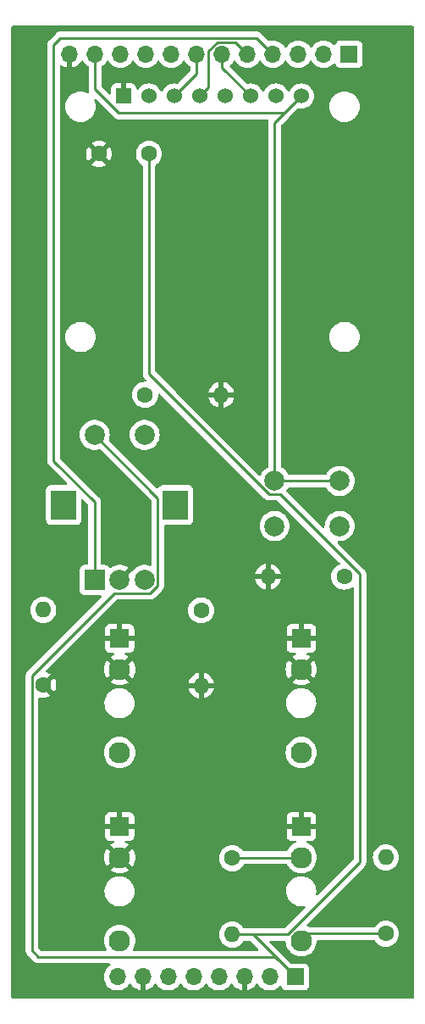
<source format=gtl>
G04 #@! TF.GenerationSoftware,KiCad,Pcbnew,(7.0.0)*
G04 #@! TF.CreationDate,2023-03-19T22:56:20+00:00*
G04 #@! TF.ProjectId,front_microlidian,66726f6e-745f-46d6-9963-726f6c696469,rev?*
G04 #@! TF.SameCoordinates,Original*
G04 #@! TF.FileFunction,Copper,L1,Top*
G04 #@! TF.FilePolarity,Positive*
%FSLAX46Y46*%
G04 Gerber Fmt 4.6, Leading zero omitted, Abs format (unit mm)*
G04 Created by KiCad (PCBNEW (7.0.0)) date 2023-03-19 22:56:20*
%MOMM*%
%LPD*%
G01*
G04 APERTURE LIST*
G04 #@! TA.AperFunction,ComponentPad*
%ADD10C,1.600000*%
G04 #@! TD*
G04 #@! TA.AperFunction,ComponentPad*
%ADD11O,1.600000X1.600000*%
G04 #@! TD*
G04 #@! TA.AperFunction,ComponentPad*
%ADD12C,2.000000*%
G04 #@! TD*
G04 #@! TA.AperFunction,ComponentPad*
%ADD13R,1.524000X1.524000*%
G04 #@! TD*
G04 #@! TA.AperFunction,ComponentPad*
%ADD14C,1.524000*%
G04 #@! TD*
G04 #@! TA.AperFunction,ComponentPad*
%ADD15R,2.000000X2.000000*%
G04 #@! TD*
G04 #@! TA.AperFunction,ComponentPad*
%ADD16R,2.500000X3.000000*%
G04 #@! TD*
G04 #@! TA.AperFunction,ComponentPad*
%ADD17R,1.930000X1.830000*%
G04 #@! TD*
G04 #@! TA.AperFunction,ComponentPad*
%ADD18C,2.130000*%
G04 #@! TD*
G04 #@! TA.AperFunction,ComponentPad*
%ADD19R,1.700000X1.700000*%
G04 #@! TD*
G04 #@! TA.AperFunction,ComponentPad*
%ADD20O,1.700000X1.700000*%
G04 #@! TD*
G04 #@! TA.AperFunction,Conductor*
%ADD21C,0.250000*%
G04 #@! TD*
G04 APERTURE END LIST*
D10*
X101955600Y-104682600D03*
D11*
X101955599Y-112182599D03*
D10*
X116255800Y-101320600D03*
D11*
X108635799Y-101320599D03*
D10*
X120421400Y-136982200D03*
D11*
X120421399Y-129362199D03*
D10*
X105054400Y-129438400D03*
D11*
X105054399Y-137058399D03*
D12*
X109305590Y-91761880D03*
X115805590Y-91761880D03*
X109305590Y-96261880D03*
X115805590Y-96261880D03*
D13*
X94195389Y-53319879D03*
D14*
X96735390Y-53319880D03*
X99275390Y-53319880D03*
X101815390Y-53319880D03*
X104355390Y-53319880D03*
X106895390Y-53319880D03*
X109435390Y-53319880D03*
X111975390Y-53319880D03*
D15*
X91299589Y-101653879D03*
D12*
X96299590Y-101653880D03*
X93799590Y-101653880D03*
D16*
X88199589Y-94153879D03*
X99399589Y-94153879D03*
D12*
X91299590Y-87153880D03*
X96299590Y-87153880D03*
D17*
X93793389Y-107479279D03*
D18*
X93793390Y-118879280D03*
X93793390Y-110579280D03*
D17*
X93792989Y-126265879D03*
D18*
X93792990Y-137665880D03*
X93792990Y-129365880D03*
D10*
X86156800Y-112131800D03*
D11*
X86156799Y-104631799D03*
D18*
X111963390Y-129365880D03*
D17*
X111963389Y-126265879D03*
D18*
X111963390Y-137665880D03*
D10*
X96342200Y-83159600D03*
D11*
X103962199Y-83159599D03*
D17*
X111963389Y-107479279D03*
D18*
X111963390Y-118879280D03*
X111963390Y-110579280D03*
D10*
X96734000Y-59080400D03*
X91734000Y-59080400D03*
D19*
X116738799Y-49124999D03*
D20*
X114198799Y-49124999D03*
X111658799Y-49124999D03*
X109118799Y-49124999D03*
X106578799Y-49124999D03*
X104038799Y-49124999D03*
X101498799Y-49124999D03*
X98958799Y-49124999D03*
X96418799Y-49124999D03*
X93878799Y-49124999D03*
X91338799Y-49124999D03*
X88798799Y-49124999D03*
D19*
X111353599Y-141300199D03*
D20*
X108813599Y-141300199D03*
X106273599Y-141300199D03*
X103733599Y-141300199D03*
X101193599Y-141300199D03*
X98653599Y-141300199D03*
X96113599Y-141300199D03*
X93573599Y-141300199D03*
D21*
X101498800Y-49125000D02*
X101498800Y-51096470D01*
X101498800Y-51096470D02*
X99275390Y-53319880D01*
X102692200Y-52443070D02*
X101815390Y-53319880D01*
X103552099Y-47950000D02*
X102692200Y-48809899D01*
X105403800Y-47950000D02*
X103552099Y-47950000D01*
X102692200Y-48809899D02*
X102692200Y-52443070D01*
X106578800Y-49125000D02*
X105403800Y-47950000D01*
X104038800Y-49125000D02*
X104038800Y-50463290D01*
X104038800Y-50463290D02*
X106895390Y-53319880D01*
X115805590Y-91761880D02*
X109305590Y-91761880D01*
X91338800Y-52637290D02*
X91338800Y-49125000D01*
X93717910Y-55016400D02*
X91338800Y-52637290D01*
X110278870Y-55016400D02*
X93717910Y-55016400D01*
X109305590Y-55989680D02*
X111975390Y-53319880D01*
X111975390Y-53319880D02*
X110278870Y-55016400D01*
X109305590Y-91761880D02*
X109305590Y-55989680D01*
X112647070Y-136982200D02*
X111963390Y-137665880D01*
X120421400Y-136982200D02*
X112647070Y-136982200D01*
X109118800Y-49125000D02*
X107493800Y-47500000D01*
X87198200Y-48183800D02*
X87198200Y-89752490D01*
X87198200Y-89752490D02*
X91299590Y-93853880D01*
X107493800Y-47500000D02*
X87882000Y-47500000D01*
X91299590Y-93853880D02*
X91299590Y-101653880D01*
X87882000Y-47500000D02*
X87198200Y-48183800D01*
X105126920Y-129365880D02*
X105054400Y-129438400D01*
X111963390Y-129365880D02*
X105126920Y-129365880D01*
X97624590Y-102202713D02*
X97624590Y-93478880D01*
X117830600Y-101063056D02*
X117679972Y-100912428D01*
X96734000Y-81064123D02*
X96734000Y-59080400D01*
X85674200Y-139319000D02*
X85031800Y-138676600D01*
X97624590Y-93478880D02*
X91299590Y-87153880D01*
X105054400Y-137058400D02*
X107111800Y-137058400D01*
X85031800Y-138676600D02*
X85031800Y-111197837D01*
X85031800Y-111197837D02*
X93250757Y-102978880D01*
X93250757Y-102978880D02*
X96848423Y-102978880D01*
X117679972Y-100912428D02*
X109854423Y-93086880D01*
X111353600Y-141300200D02*
X109372400Y-139319000D01*
X107111800Y-137058400D02*
X110605113Y-137058400D01*
X109854423Y-93086880D02*
X108756757Y-93086880D01*
X109372400Y-139319000D02*
X85674200Y-139319000D01*
X107111800Y-137058400D02*
X111353600Y-141300200D01*
X96848423Y-102978880D02*
X97624590Y-102202713D01*
X110605113Y-137058400D02*
X117830600Y-129832913D01*
X117830600Y-129832913D02*
X117830600Y-101063056D01*
X108756757Y-93086880D02*
X96734000Y-81064123D01*
G04 #@! TA.AperFunction,Conductor*
G36*
X88986800Y-48891613D02*
G01*
X89032187Y-48937000D01*
X89048800Y-48999000D01*
X89048800Y-50441369D01*
X89051351Y-50452311D01*
X89062580Y-50451943D01*
X89257063Y-50399831D01*
X89267197Y-50396143D01*
X89471476Y-50300886D01*
X89480808Y-50295498D01*
X89665443Y-50166215D01*
X89673709Y-50159278D01*
X89833078Y-49999909D01*
X89840019Y-49991638D01*
X89966919Y-49810406D01*
X90011237Y-49771540D01*
X90068494Y-49757529D01*
X90125751Y-49771540D01*
X90170069Y-49810405D01*
X90297199Y-49991966D01*
X90297202Y-49991970D01*
X90300305Y-49996401D01*
X90467399Y-50163495D01*
X90471831Y-50166598D01*
X90471833Y-50166600D01*
X90660424Y-50298653D01*
X90699289Y-50342971D01*
X90713300Y-50400228D01*
X90713300Y-52559515D01*
X90712778Y-52570570D01*
X90711127Y-52577957D01*
X90711371Y-52585743D01*
X90711371Y-52585751D01*
X90713239Y-52645163D01*
X90713300Y-52649058D01*
X90713300Y-52676640D01*
X90713788Y-52680509D01*
X90713789Y-52680515D01*
X90713804Y-52680633D01*
X90714718Y-52692256D01*
X90715845Y-52728120D01*
X90715846Y-52728127D01*
X90716091Y-52735917D01*
X90718267Y-52743409D01*
X90718268Y-52743411D01*
X90721679Y-52755152D01*
X90725625Y-52774205D01*
X90728136Y-52794082D01*
X90731006Y-52801332D01*
X90731008Y-52801338D01*
X90744214Y-52834694D01*
X90747997Y-52845741D01*
X90760181Y-52887678D01*
X90758669Y-52888117D01*
X90766710Y-52939394D01*
X90745417Y-52997677D01*
X90698553Y-53038347D01*
X90637852Y-53051219D01*
X90581997Y-53034136D01*
X90581756Y-53034610D01*
X90579066Y-53033239D01*
X90578515Y-53033071D01*
X90577424Y-53032403D01*
X90577425Y-53032403D01*
X90573263Y-53029853D01*
X90353604Y-52938867D01*
X90348875Y-52937731D01*
X90348867Y-52937729D01*
X90127148Y-52884499D01*
X90127144Y-52884498D01*
X90122415Y-52883363D01*
X90117564Y-52882981D01*
X90117563Y-52882981D01*
X89890244Y-52865091D01*
X89885390Y-52864709D01*
X89880536Y-52865091D01*
X89653216Y-52882981D01*
X89653213Y-52882981D01*
X89648365Y-52883363D01*
X89643637Y-52884497D01*
X89643631Y-52884499D01*
X89421912Y-52937729D01*
X89421900Y-52937732D01*
X89417176Y-52938867D01*
X89412679Y-52940729D01*
X89412675Y-52940731D01*
X89202021Y-53027987D01*
X89202017Y-53027989D01*
X89197517Y-53029853D01*
X89193364Y-53032397D01*
X89193358Y-53032401D01*
X88998951Y-53151533D01*
X88998940Y-53151540D01*
X88994795Y-53154081D01*
X88991098Y-53157238D01*
X88991089Y-53157245D01*
X88817702Y-53305331D01*
X88817695Y-53305337D01*
X88814002Y-53308492D01*
X88810847Y-53312185D01*
X88810841Y-53312192D01*
X88662755Y-53485579D01*
X88662748Y-53485588D01*
X88659591Y-53489285D01*
X88657050Y-53493430D01*
X88657043Y-53493441D01*
X88537911Y-53687848D01*
X88537907Y-53687854D01*
X88535363Y-53692007D01*
X88533499Y-53696507D01*
X88533497Y-53696511D01*
X88480404Y-53824690D01*
X88444377Y-53911666D01*
X88443242Y-53916390D01*
X88443239Y-53916402D01*
X88390009Y-54138121D01*
X88390007Y-54138127D01*
X88388873Y-54142855D01*
X88370219Y-54379880D01*
X88370601Y-54384734D01*
X88380630Y-54512173D01*
X88388873Y-54616905D01*
X88390008Y-54621634D01*
X88390009Y-54621638D01*
X88443239Y-54843357D01*
X88443241Y-54843365D01*
X88444377Y-54848094D01*
X88535363Y-55067753D01*
X88537910Y-55071910D01*
X88537911Y-55071911D01*
X88657043Y-55266318D01*
X88657046Y-55266323D01*
X88659591Y-55270475D01*
X88662752Y-55274177D01*
X88662755Y-55274180D01*
X88780754Y-55412339D01*
X88814002Y-55451268D01*
X88817702Y-55454428D01*
X88943854Y-55562172D01*
X88994795Y-55605679D01*
X89197517Y-55729907D01*
X89417176Y-55820893D01*
X89648365Y-55876397D01*
X89885390Y-55895051D01*
X90122415Y-55876397D01*
X90353604Y-55820893D01*
X90573263Y-55729907D01*
X90638581Y-55689880D01*
X91184024Y-55689880D01*
X91187353Y-55697917D01*
X91195390Y-55701246D01*
X91203427Y-55697917D01*
X91206756Y-55689880D01*
X91203427Y-55681843D01*
X91195390Y-55678514D01*
X91187353Y-55681843D01*
X91184024Y-55689880D01*
X90638581Y-55689880D01*
X90775985Y-55605679D01*
X90956778Y-55451268D01*
X91111189Y-55270475D01*
X91235417Y-55067753D01*
X91326403Y-54848094D01*
X91381907Y-54616905D01*
X91400561Y-54379880D01*
X91381907Y-54142855D01*
X91326403Y-53911666D01*
X91280576Y-53801032D01*
X91272665Y-53734182D01*
X91300848Y-53673049D01*
X91356820Y-53635649D01*
X91424085Y-53633006D01*
X91482819Y-53665899D01*
X93220617Y-55403697D01*
X93228066Y-55411883D01*
X93232124Y-55418277D01*
X93237809Y-55423615D01*
X93237811Y-55423618D01*
X93281149Y-55464315D01*
X93283945Y-55467025D01*
X93303440Y-55486520D01*
X93306525Y-55488913D01*
X93306611Y-55488980D01*
X93315483Y-55496558D01*
X93347328Y-55526462D01*
X93354158Y-55530217D01*
X93354161Y-55530219D01*
X93364881Y-55536112D01*
X93381132Y-55546786D01*
X93396974Y-55559074D01*
X93404131Y-55562171D01*
X93404133Y-55562172D01*
X93437065Y-55576422D01*
X93447560Y-55581564D01*
X93485818Y-55602597D01*
X93505222Y-55607579D01*
X93523624Y-55613880D01*
X93534851Y-55618738D01*
X93542015Y-55621838D01*
X93579607Y-55627791D01*
X93585149Y-55628669D01*
X93596592Y-55631039D01*
X93631335Y-55639960D01*
X93631336Y-55639960D01*
X93638891Y-55641900D01*
X93658927Y-55641900D01*
X93678312Y-55643425D01*
X93698106Y-55646560D01*
X93736186Y-55642960D01*
X93741586Y-55642450D01*
X93753255Y-55641900D01*
X108585954Y-55641900D01*
X108641379Y-55654976D01*
X108685114Y-55691447D01*
X108707936Y-55743621D01*
X108705031Y-55800493D01*
X108703248Y-55806629D01*
X108700152Y-55813784D01*
X108698932Y-55821480D01*
X108698931Y-55821487D01*
X108693319Y-55856921D01*
X108690951Y-55868356D01*
X108682028Y-55903108D01*
X108682026Y-55903116D01*
X108680090Y-55910661D01*
X108680090Y-55918457D01*
X108680090Y-55930697D01*
X108678564Y-55950082D01*
X108675430Y-55969876D01*
X108676164Y-55977641D01*
X108676164Y-55977644D01*
X108679540Y-56013356D01*
X108680090Y-56025025D01*
X108680090Y-90320361D01*
X108662613Y-90383835D01*
X108615107Y-90429416D01*
X108486592Y-90498964D01*
X108486585Y-90498968D01*
X108482081Y-90501406D01*
X108478038Y-90504552D01*
X108478030Y-90504558D01*
X108289894Y-90650991D01*
X108285846Y-90654142D01*
X108282383Y-90657903D01*
X108282374Y-90657912D01*
X108120901Y-90833319D01*
X108120895Y-90833326D01*
X108117426Y-90837095D01*
X108114621Y-90841386D01*
X108114618Y-90841392D01*
X107984221Y-91040979D01*
X107984214Y-91040991D01*
X107981417Y-91045273D01*
X107979360Y-91049960D01*
X107979353Y-91049975D01*
X107937946Y-91144373D01*
X107901560Y-91191624D01*
X107847324Y-91216423D01*
X107787783Y-91213035D01*
X107736710Y-91182243D01*
X102604379Y-86049912D01*
X99966619Y-83412151D01*
X102686652Y-83412151D01*
X102687020Y-83423380D01*
X102734530Y-83600692D01*
X102738222Y-83610834D01*
X102829779Y-83807180D01*
X102835167Y-83816512D01*
X102959432Y-83993981D01*
X102966369Y-84002247D01*
X103119552Y-84155430D01*
X103127818Y-84162367D01*
X103305287Y-84286632D01*
X103314619Y-84292020D01*
X103510965Y-84383577D01*
X103521107Y-84387269D01*
X103698419Y-84434779D01*
X103709648Y-84435147D01*
X103712200Y-84424205D01*
X104212200Y-84424205D01*
X104214751Y-84435147D01*
X104225980Y-84434779D01*
X104403292Y-84387269D01*
X104413434Y-84383577D01*
X104609780Y-84292020D01*
X104619112Y-84286632D01*
X104796581Y-84162367D01*
X104804847Y-84155430D01*
X104958030Y-84002247D01*
X104964967Y-83993981D01*
X105089232Y-83816512D01*
X105094620Y-83807180D01*
X105186177Y-83610834D01*
X105189869Y-83600692D01*
X105237379Y-83423380D01*
X105237747Y-83412151D01*
X105226805Y-83409600D01*
X104228526Y-83409600D01*
X104215650Y-83413050D01*
X104212200Y-83425926D01*
X104212200Y-84424205D01*
X103712200Y-84424205D01*
X103712200Y-83425926D01*
X103708749Y-83413050D01*
X103695874Y-83409600D01*
X102697595Y-83409600D01*
X102686652Y-83412151D01*
X99966619Y-83412151D01*
X99461516Y-82907048D01*
X102686652Y-82907048D01*
X102697595Y-82909600D01*
X103695874Y-82909600D01*
X103708749Y-82906149D01*
X103712200Y-82893274D01*
X104212200Y-82893274D01*
X104215650Y-82906149D01*
X104228526Y-82909600D01*
X105226805Y-82909600D01*
X105237747Y-82907048D01*
X105237379Y-82895819D01*
X105189869Y-82718507D01*
X105186177Y-82708365D01*
X105094620Y-82512019D01*
X105089232Y-82502687D01*
X104964967Y-82325218D01*
X104958030Y-82316952D01*
X104804847Y-82163769D01*
X104796581Y-82156832D01*
X104619112Y-82032567D01*
X104609780Y-82027179D01*
X104413434Y-81935622D01*
X104403292Y-81931930D01*
X104225980Y-81884420D01*
X104214751Y-81884052D01*
X104212200Y-81894995D01*
X104212200Y-82893274D01*
X103712200Y-82893274D01*
X103712200Y-81894995D01*
X103709648Y-81884052D01*
X103698419Y-81884420D01*
X103521107Y-81931930D01*
X103510965Y-81935622D01*
X103314619Y-82027179D01*
X103305287Y-82032567D01*
X103127818Y-82156832D01*
X103119552Y-82163769D01*
X102966369Y-82316952D01*
X102959432Y-82325218D01*
X102835167Y-82502687D01*
X102829779Y-82512019D01*
X102738222Y-82708365D01*
X102734530Y-82718507D01*
X102687020Y-82895819D01*
X102686652Y-82907048D01*
X99461516Y-82907048D01*
X97395819Y-80841351D01*
X97368939Y-80801123D01*
X97359500Y-80753670D01*
X97359500Y-60294588D01*
X97373511Y-60237331D01*
X97412377Y-60193013D01*
X97449222Y-60167214D01*
X97573139Y-60080447D01*
X97734047Y-59919539D01*
X97864568Y-59733134D01*
X97960739Y-59526896D01*
X98019635Y-59307092D01*
X98039468Y-59080400D01*
X98019635Y-58853708D01*
X97960739Y-58633904D01*
X97864568Y-58427666D01*
X97734047Y-58241261D01*
X97573139Y-58080353D01*
X97449219Y-57993584D01*
X97391173Y-57952940D01*
X97391171Y-57952939D01*
X97386734Y-57949832D01*
X97180496Y-57853661D01*
X97175271Y-57852261D01*
X97175263Y-57852258D01*
X96965916Y-57796164D01*
X96965907Y-57796162D01*
X96960692Y-57794765D01*
X96955304Y-57794293D01*
X96955301Y-57794293D01*
X96739395Y-57775404D01*
X96734000Y-57774932D01*
X96728605Y-57775404D01*
X96512698Y-57794293D01*
X96512693Y-57794293D01*
X96507308Y-57794765D01*
X96502094Y-57796162D01*
X96502083Y-57796164D01*
X96292736Y-57852258D01*
X96292724Y-57852262D01*
X96287504Y-57853661D01*
X96282599Y-57855947D01*
X96282594Y-57855950D01*
X96086176Y-57947542D01*
X96086172Y-57947544D01*
X96081266Y-57949832D01*
X96076833Y-57952935D01*
X96076826Y-57952940D01*
X95899296Y-58077247D01*
X95899291Y-58077250D01*
X95894861Y-58080353D01*
X95891037Y-58084176D01*
X95891031Y-58084182D01*
X95737782Y-58237431D01*
X95737776Y-58237437D01*
X95733953Y-58241261D01*
X95730850Y-58245691D01*
X95730847Y-58245696D01*
X95606540Y-58423226D01*
X95606535Y-58423233D01*
X95603432Y-58427666D01*
X95601144Y-58432572D01*
X95601142Y-58432576D01*
X95509550Y-58628994D01*
X95509547Y-58628999D01*
X95507261Y-58633904D01*
X95505862Y-58639124D01*
X95505858Y-58639136D01*
X95449764Y-58848483D01*
X95449762Y-58848494D01*
X95448365Y-58853708D01*
X95428532Y-59080400D01*
X95448365Y-59307092D01*
X95449762Y-59312307D01*
X95449764Y-59312316D01*
X95505858Y-59521663D01*
X95505861Y-59521671D01*
X95507261Y-59526896D01*
X95603432Y-59733134D01*
X95733953Y-59919539D01*
X95894861Y-60080447D01*
X95993487Y-60149505D01*
X96055623Y-60193013D01*
X96094489Y-60237331D01*
X96108500Y-60294588D01*
X96108500Y-80986348D01*
X96107978Y-80997403D01*
X96106327Y-81004790D01*
X96106571Y-81012576D01*
X96106571Y-81012584D01*
X96108439Y-81071996D01*
X96108500Y-81075891D01*
X96108500Y-81103473D01*
X96108988Y-81107342D01*
X96108989Y-81107348D01*
X96109004Y-81107466D01*
X96109918Y-81119089D01*
X96111045Y-81154953D01*
X96111046Y-81154960D01*
X96111291Y-81162750D01*
X96113467Y-81170242D01*
X96113468Y-81170244D01*
X96116879Y-81181985D01*
X96120825Y-81201038D01*
X96123336Y-81220915D01*
X96126206Y-81228165D01*
X96126208Y-81228171D01*
X96139414Y-81261527D01*
X96143197Y-81272574D01*
X96155382Y-81314513D01*
X96159353Y-81321228D01*
X96159354Y-81321230D01*
X96165581Y-81331760D01*
X96174136Y-81349222D01*
X96178642Y-81360603D01*
X96178643Y-81360606D01*
X96181514Y-81367855D01*
X96203440Y-81398035D01*
X96207181Y-81403183D01*
X96213593Y-81412945D01*
X96231856Y-81443825D01*
X96231859Y-81443830D01*
X96235830Y-81450543D01*
X96241345Y-81456058D01*
X96249990Y-81464703D01*
X96262626Y-81479497D01*
X96269819Y-81489398D01*
X96269823Y-81489402D01*
X96274406Y-81495710D01*
X96280415Y-81500681D01*
X96280416Y-81500682D01*
X96308058Y-81523549D01*
X96316699Y-81531412D01*
X96428210Y-81642923D01*
X96458460Y-81692286D01*
X96463002Y-81750002D01*
X96440847Y-81803489D01*
X96396824Y-81841089D01*
X96342416Y-81854150D01*
X96342200Y-81854132D01*
X96336805Y-81854604D01*
X96120898Y-81873493D01*
X96120893Y-81873493D01*
X96115508Y-81873965D01*
X96110294Y-81875362D01*
X96110283Y-81875364D01*
X95900936Y-81931458D01*
X95900924Y-81931462D01*
X95895704Y-81932861D01*
X95890799Y-81935147D01*
X95890794Y-81935150D01*
X95694376Y-82026742D01*
X95694372Y-82026744D01*
X95689466Y-82029032D01*
X95685033Y-82032135D01*
X95685026Y-82032140D01*
X95507496Y-82156447D01*
X95507491Y-82156450D01*
X95503061Y-82159553D01*
X95499237Y-82163376D01*
X95499231Y-82163382D01*
X95345982Y-82316631D01*
X95345976Y-82316637D01*
X95342153Y-82320461D01*
X95339050Y-82324891D01*
X95339047Y-82324896D01*
X95214740Y-82502426D01*
X95214735Y-82502433D01*
X95211632Y-82506866D01*
X95209344Y-82511772D01*
X95209342Y-82511776D01*
X95117750Y-82708194D01*
X95117747Y-82708199D01*
X95115461Y-82713104D01*
X95114062Y-82718324D01*
X95114058Y-82718336D01*
X95057964Y-82927683D01*
X95057962Y-82927694D01*
X95056565Y-82932908D01*
X95056093Y-82938293D01*
X95056093Y-82938298D01*
X95044257Y-83073590D01*
X95036732Y-83159600D01*
X95056565Y-83386292D01*
X95057962Y-83391507D01*
X95057964Y-83391516D01*
X95114058Y-83600863D01*
X95114061Y-83600871D01*
X95115461Y-83606096D01*
X95211632Y-83812334D01*
X95342153Y-83998739D01*
X95503061Y-84159647D01*
X95689466Y-84290168D01*
X95895704Y-84386339D01*
X95900934Y-84387740D01*
X95900936Y-84387741D01*
X96076485Y-84434779D01*
X96115508Y-84445235D01*
X96342200Y-84465068D01*
X96568892Y-84445235D01*
X96788696Y-84386339D01*
X96994934Y-84290168D01*
X97181339Y-84159647D01*
X97342247Y-83998739D01*
X97472768Y-83812334D01*
X97568939Y-83606096D01*
X97627835Y-83386292D01*
X97647668Y-83159600D01*
X97647649Y-83159383D01*
X97660711Y-83104976D01*
X97698311Y-83060953D01*
X97751798Y-83038798D01*
X97809514Y-83043340D01*
X97858876Y-83073589D01*
X103196487Y-88411201D01*
X108259464Y-93474178D01*
X108266916Y-93482367D01*
X108270971Y-93488757D01*
X108319980Y-93534780D01*
X108322777Y-93537491D01*
X108342286Y-93557000D01*
X108345466Y-93559467D01*
X108354328Y-93567035D01*
X108356177Y-93568772D01*
X108380489Y-93591603D01*
X108380491Y-93591604D01*
X108386175Y-93596942D01*
X108393008Y-93600698D01*
X108393009Y-93600699D01*
X108403730Y-93606593D01*
X108419991Y-93617274D01*
X108435821Y-93629553D01*
X108475911Y-93646901D01*
X108486388Y-93652034D01*
X108524665Y-93673077D01*
X108541714Y-93677454D01*
X108544062Y-93678057D01*
X108562476Y-93684361D01*
X108580861Y-93692318D01*
X108624022Y-93699153D01*
X108635421Y-93701514D01*
X108677738Y-93712380D01*
X108697774Y-93712380D01*
X108717159Y-93713905D01*
X108736953Y-93717040D01*
X108775033Y-93713440D01*
X108780433Y-93712930D01*
X108792102Y-93712380D01*
X109543971Y-93712380D01*
X109591424Y-93721819D01*
X109631652Y-93748699D01*
X115798322Y-99915368D01*
X115828902Y-99965761D01*
X115832757Y-100024581D01*
X115809017Y-100078535D01*
X115763046Y-100115431D01*
X115607976Y-100187741D01*
X115607963Y-100187748D01*
X115603066Y-100190032D01*
X115598633Y-100193135D01*
X115598626Y-100193140D01*
X115421096Y-100317447D01*
X115421091Y-100317450D01*
X115416661Y-100320553D01*
X115412837Y-100324376D01*
X115412831Y-100324382D01*
X115259582Y-100477631D01*
X115259576Y-100477637D01*
X115255753Y-100481461D01*
X115252650Y-100485891D01*
X115252647Y-100485896D01*
X115128340Y-100663426D01*
X115128335Y-100663433D01*
X115125232Y-100667866D01*
X115122944Y-100672772D01*
X115122942Y-100672776D01*
X115031350Y-100869194D01*
X115031347Y-100869199D01*
X115029061Y-100874104D01*
X115027662Y-100879324D01*
X115027658Y-100879336D01*
X114971564Y-101088683D01*
X114971562Y-101088694D01*
X114970165Y-101093908D01*
X114950332Y-101320600D01*
X114970165Y-101547292D01*
X114971562Y-101552507D01*
X114971564Y-101552516D01*
X115027658Y-101761863D01*
X115027661Y-101761871D01*
X115029061Y-101767096D01*
X115125232Y-101973334D01*
X115255753Y-102159739D01*
X115416661Y-102320647D01*
X115603066Y-102451168D01*
X115809304Y-102547339D01*
X115814534Y-102548740D01*
X115814536Y-102548741D01*
X115990085Y-102595779D01*
X116029108Y-102606235D01*
X116255800Y-102626068D01*
X116482492Y-102606235D01*
X116702296Y-102547339D01*
X116908534Y-102451168D01*
X117009978Y-102380136D01*
X117072990Y-102357977D01*
X117138357Y-102371723D01*
X117187109Y-102417384D01*
X117205100Y-102481712D01*
X117205100Y-129522461D01*
X117195661Y-129569914D01*
X117168781Y-129610142D01*
X113650322Y-133128598D01*
X113597859Y-133159811D01*
X113536860Y-133162207D01*
X113482109Y-133135207D01*
X113446877Y-133085354D01*
X113439702Y-133024734D01*
X113466734Y-132819406D01*
X113468531Y-132745880D01*
X113448320Y-132500051D01*
X113388231Y-132260825D01*
X113289876Y-132034624D01*
X113155898Y-131827525D01*
X113133459Y-131802865D01*
X112993314Y-131648848D01*
X112993310Y-131648845D01*
X112989894Y-131645090D01*
X112796322Y-131492216D01*
X112791876Y-131489761D01*
X112791872Y-131489759D01*
X112584836Y-131375470D01*
X112580382Y-131373011D01*
X112575585Y-131371312D01*
X112575580Y-131371310D01*
X112418754Y-131315774D01*
X112347872Y-131290674D01*
X112342868Y-131289782D01*
X112342858Y-131289780D01*
X112110046Y-131248311D01*
X112110041Y-131248310D01*
X112105036Y-131247419D01*
X112099961Y-131247356D01*
X112099951Y-131247356D01*
X111863487Y-131244467D01*
X111863484Y-131244467D01*
X111858397Y-131244405D01*
X111853368Y-131245174D01*
X111853361Y-131245175D01*
X111619611Y-131280944D01*
X111619602Y-131280945D01*
X111614577Y-131281715D01*
X111609745Y-131283294D01*
X111609738Y-131283296D01*
X111384959Y-131356765D01*
X111384951Y-131356768D01*
X111380124Y-131358346D01*
X111375618Y-131360691D01*
X111375610Y-131360695D01*
X111165851Y-131469889D01*
X111165845Y-131469892D01*
X111161336Y-131472240D01*
X111157272Y-131475290D01*
X111157266Y-131475295D01*
X110968157Y-131617281D01*
X110968148Y-131617288D01*
X110964087Y-131620338D01*
X110960577Y-131624010D01*
X110960569Y-131624018D01*
X110797189Y-131794987D01*
X110797184Y-131794992D01*
X110793676Y-131798664D01*
X110790811Y-131802862D01*
X110790810Y-131802865D01*
X110657545Y-131998223D01*
X110657537Y-131998235D01*
X110654678Y-132002428D01*
X110652538Y-132007036D01*
X110652534Y-132007045D01*
X110552970Y-132221537D01*
X110552966Y-132221547D01*
X110550826Y-132226158D01*
X110549467Y-132231055D01*
X110549465Y-132231063D01*
X110486268Y-132458944D01*
X110484909Y-132463845D01*
X110484369Y-132468890D01*
X110484368Y-132468900D01*
X110459238Y-132704046D01*
X110459237Y-132704055D01*
X110458698Y-132709106D01*
X110472897Y-132955355D01*
X110474013Y-132960310D01*
X110474015Y-132960319D01*
X110511939Y-133128598D01*
X110527124Y-133195979D01*
X110529034Y-133200683D01*
X110529036Y-133200689D01*
X110618006Y-133419797D01*
X110618009Y-133419803D01*
X110619922Y-133424514D01*
X110622581Y-133428853D01*
X110622583Y-133428857D01*
X110742573Y-133624662D01*
X110748801Y-133634825D01*
X110910298Y-133821262D01*
X111100077Y-133978819D01*
X111313040Y-134103265D01*
X111543469Y-134191257D01*
X111785175Y-134240433D01*
X112031668Y-134249472D01*
X112242322Y-134222486D01*
X112302838Y-134229841D01*
X112352537Y-134265147D01*
X112379404Y-134319869D01*
X112376947Y-134380782D01*
X112345759Y-134433162D01*
X110382341Y-136396581D01*
X110342113Y-136423461D01*
X110294660Y-136432900D01*
X107190819Y-136432900D01*
X107170783Y-136432900D01*
X107151397Y-136431374D01*
X107131604Y-136428240D01*
X107123838Y-136428974D01*
X107123835Y-136428974D01*
X107088124Y-136432350D01*
X107076455Y-136432900D01*
X106268588Y-136432900D01*
X106211331Y-136418889D01*
X106167013Y-136380023D01*
X106087661Y-136266696D01*
X106054447Y-136219261D01*
X105893539Y-136058353D01*
X105707134Y-135927832D01*
X105500896Y-135831661D01*
X105495671Y-135830261D01*
X105495663Y-135830258D01*
X105286316Y-135774164D01*
X105286307Y-135774162D01*
X105281092Y-135772765D01*
X105275704Y-135772293D01*
X105275701Y-135772293D01*
X105059795Y-135753404D01*
X105054400Y-135752932D01*
X105049005Y-135753404D01*
X104833098Y-135772293D01*
X104833093Y-135772293D01*
X104827708Y-135772765D01*
X104822494Y-135774162D01*
X104822483Y-135774164D01*
X104613136Y-135830258D01*
X104613124Y-135830262D01*
X104607904Y-135831661D01*
X104602999Y-135833947D01*
X104602994Y-135833950D01*
X104406576Y-135925542D01*
X104406572Y-135925544D01*
X104401666Y-135927832D01*
X104397233Y-135930935D01*
X104397226Y-135930940D01*
X104219696Y-136055247D01*
X104219691Y-136055250D01*
X104215261Y-136058353D01*
X104211437Y-136062176D01*
X104211431Y-136062182D01*
X104058182Y-136215431D01*
X104058176Y-136215437D01*
X104054353Y-136219261D01*
X104051250Y-136223691D01*
X104051247Y-136223696D01*
X103926940Y-136401226D01*
X103926935Y-136401233D01*
X103923832Y-136405666D01*
X103921544Y-136410572D01*
X103921542Y-136410576D01*
X103829950Y-136606994D01*
X103829947Y-136606999D01*
X103827661Y-136611904D01*
X103826262Y-136617124D01*
X103826258Y-136617136D01*
X103770164Y-136826483D01*
X103770162Y-136826494D01*
X103768765Y-136831708D01*
X103768293Y-136837093D01*
X103768293Y-136837098D01*
X103755127Y-136987595D01*
X103748932Y-137058400D01*
X103749404Y-137063795D01*
X103761626Y-137203501D01*
X103768765Y-137285092D01*
X103770162Y-137290307D01*
X103770164Y-137290316D01*
X103826258Y-137499663D01*
X103826261Y-137499671D01*
X103827661Y-137504896D01*
X103923832Y-137711134D01*
X103926939Y-137715571D01*
X103926940Y-137715573D01*
X103978005Y-137788502D01*
X104054353Y-137897539D01*
X104215261Y-138058447D01*
X104401666Y-138188968D01*
X104607904Y-138285139D01*
X104827708Y-138344035D01*
X105054400Y-138363868D01*
X105281092Y-138344035D01*
X105500896Y-138285139D01*
X105707134Y-138188968D01*
X105893539Y-138058447D01*
X106054447Y-137897539D01*
X106146052Y-137766711D01*
X106167013Y-137736777D01*
X106211331Y-137697911D01*
X106268588Y-137683900D01*
X106801348Y-137683900D01*
X106848801Y-137693339D01*
X106889029Y-137720219D01*
X107650629Y-138481819D01*
X107680879Y-138531182D01*
X107685421Y-138588898D01*
X107663266Y-138642385D01*
X107619243Y-138679985D01*
X107562948Y-138693500D01*
X95220743Y-138693500D01*
X95158041Y-138676479D01*
X95112553Y-138630089D01*
X95096767Y-138567065D01*
X95115016Y-138504710D01*
X95192174Y-138378800D01*
X95286473Y-138151142D01*
X95343997Y-137911535D01*
X95363331Y-137665880D01*
X95343997Y-137420225D01*
X95286473Y-137180618D01*
X95192174Y-136952960D01*
X95063423Y-136742857D01*
X94903389Y-136555481D01*
X94759865Y-136432900D01*
X94719723Y-136398615D01*
X94719718Y-136398611D01*
X94716013Y-136395447D01*
X94505910Y-136266696D01*
X94278252Y-136172397D01*
X94273523Y-136171261D01*
X94273515Y-136171259D01*
X94043378Y-136116009D01*
X94043374Y-136116008D01*
X94038645Y-136114873D01*
X94033792Y-136114491D01*
X93797844Y-136095921D01*
X93792990Y-136095539D01*
X93788136Y-136095921D01*
X93552187Y-136114491D01*
X93552185Y-136114491D01*
X93547335Y-136114873D01*
X93542607Y-136116007D01*
X93542601Y-136116009D01*
X93312464Y-136171259D01*
X93312452Y-136171262D01*
X93307728Y-136172397D01*
X93303231Y-136174259D01*
X93303227Y-136174261D01*
X93084574Y-136264830D01*
X93084569Y-136264832D01*
X93080070Y-136266696D01*
X93075917Y-136269240D01*
X93075911Y-136269244D01*
X92874124Y-136392899D01*
X92874118Y-136392902D01*
X92869967Y-136395447D01*
X92866267Y-136398606D01*
X92866256Y-136398615D01*
X92686298Y-136552314D01*
X92686291Y-136552320D01*
X92682591Y-136555481D01*
X92679430Y-136559181D01*
X92679424Y-136559188D01*
X92525725Y-136739146D01*
X92525716Y-136739157D01*
X92522557Y-136742857D01*
X92520012Y-136747008D01*
X92520009Y-136747014D01*
X92396354Y-136948801D01*
X92396350Y-136948807D01*
X92393806Y-136952960D01*
X92391942Y-136957459D01*
X92391940Y-136957464D01*
X92301371Y-137176117D01*
X92299507Y-137180618D01*
X92298372Y-137185342D01*
X92298369Y-137185354D01*
X92243119Y-137415491D01*
X92243117Y-137415497D01*
X92241983Y-137420225D01*
X92222649Y-137665880D01*
X92241983Y-137911535D01*
X92243118Y-137916264D01*
X92243119Y-137916268D01*
X92298369Y-138146405D01*
X92298371Y-138146413D01*
X92299507Y-138151142D01*
X92393806Y-138378800D01*
X92415131Y-138413600D01*
X92470964Y-138504710D01*
X92489213Y-138567065D01*
X92473427Y-138630089D01*
X92427939Y-138676479D01*
X92365237Y-138693500D01*
X85984652Y-138693500D01*
X85937199Y-138684061D01*
X85896971Y-138657181D01*
X85693619Y-138453828D01*
X85666739Y-138413600D01*
X85657300Y-138366147D01*
X85657300Y-132709106D01*
X92288298Y-132709106D01*
X92302497Y-132955355D01*
X92303613Y-132960310D01*
X92303615Y-132960319D01*
X92341539Y-133128598D01*
X92356724Y-133195979D01*
X92358634Y-133200683D01*
X92358636Y-133200689D01*
X92447606Y-133419797D01*
X92447609Y-133419803D01*
X92449522Y-133424514D01*
X92452181Y-133428853D01*
X92452183Y-133428857D01*
X92572173Y-133624662D01*
X92578401Y-133634825D01*
X92739898Y-133821262D01*
X92929677Y-133978819D01*
X93142640Y-134103265D01*
X93373069Y-134191257D01*
X93614775Y-134240433D01*
X93861268Y-134249472D01*
X94105926Y-134218130D01*
X94342181Y-134147250D01*
X94563687Y-134038736D01*
X94764495Y-133895501D01*
X94939213Y-133721392D01*
X95083148Y-133521085D01*
X95192435Y-133299959D01*
X95264139Y-133063954D01*
X95296334Y-132819406D01*
X95298131Y-132745880D01*
X95277920Y-132500051D01*
X95217831Y-132260825D01*
X95119476Y-132034624D01*
X94985498Y-131827525D01*
X94963059Y-131802865D01*
X94822914Y-131648848D01*
X94822910Y-131648845D01*
X94819494Y-131645090D01*
X94625922Y-131492216D01*
X94621476Y-131489761D01*
X94621472Y-131489759D01*
X94414436Y-131375470D01*
X94409982Y-131373011D01*
X94405185Y-131371312D01*
X94405180Y-131371310D01*
X94248354Y-131315774D01*
X94177472Y-131290674D01*
X94172468Y-131289782D01*
X94172458Y-131289780D01*
X93939646Y-131248311D01*
X93939641Y-131248310D01*
X93934636Y-131247419D01*
X93929561Y-131247356D01*
X93929551Y-131247356D01*
X93693087Y-131244467D01*
X93693084Y-131244467D01*
X93687997Y-131244405D01*
X93682968Y-131245174D01*
X93682961Y-131245175D01*
X93449211Y-131280944D01*
X93449202Y-131280945D01*
X93444177Y-131281715D01*
X93439345Y-131283294D01*
X93439338Y-131283296D01*
X93214559Y-131356765D01*
X93214551Y-131356768D01*
X93209724Y-131358346D01*
X93205218Y-131360691D01*
X93205210Y-131360695D01*
X92995451Y-131469889D01*
X92995445Y-131469892D01*
X92990936Y-131472240D01*
X92986872Y-131475290D01*
X92986866Y-131475295D01*
X92797757Y-131617281D01*
X92797748Y-131617288D01*
X92793687Y-131620338D01*
X92790177Y-131624010D01*
X92790169Y-131624018D01*
X92626789Y-131794987D01*
X92626784Y-131794992D01*
X92623276Y-131798664D01*
X92620411Y-131802862D01*
X92620410Y-131802865D01*
X92487145Y-131998223D01*
X92487137Y-131998235D01*
X92484278Y-132002428D01*
X92482138Y-132007036D01*
X92482134Y-132007045D01*
X92382570Y-132221537D01*
X92382566Y-132221547D01*
X92380426Y-132226158D01*
X92379067Y-132231055D01*
X92379065Y-132231063D01*
X92315868Y-132458944D01*
X92314509Y-132463845D01*
X92313969Y-132468890D01*
X92313968Y-132468900D01*
X92288838Y-132704046D01*
X92288837Y-132704055D01*
X92288298Y-132709106D01*
X85657300Y-132709106D01*
X85657300Y-130637807D01*
X92878151Y-130637807D01*
X92886128Y-130645628D01*
X93076139Y-130762068D01*
X93084802Y-130766482D01*
X93303382Y-130857021D01*
X93312619Y-130860023D01*
X93542679Y-130915255D01*
X93552264Y-130916773D01*
X93788136Y-130935337D01*
X93797844Y-130935337D01*
X94033715Y-130916773D01*
X94043300Y-130915255D01*
X94273360Y-130860023D01*
X94282597Y-130857021D01*
X94501184Y-130766479D01*
X94509831Y-130762074D01*
X94699852Y-130645627D01*
X94707827Y-130637807D01*
X94701896Y-130628339D01*
X93804532Y-129730975D01*
X93792989Y-129724311D01*
X93781447Y-129730975D01*
X92884082Y-130628339D01*
X92878151Y-130637807D01*
X85657300Y-130637807D01*
X85657300Y-129370734D01*
X92223533Y-129370734D01*
X92242096Y-129606605D01*
X92243614Y-129616190D01*
X92298846Y-129846250D01*
X92301848Y-129855487D01*
X92392387Y-130074067D01*
X92396801Y-130082730D01*
X92513240Y-130272740D01*
X92521061Y-130280717D01*
X92530529Y-130274786D01*
X93427894Y-129377422D01*
X93434558Y-129365879D01*
X94151421Y-129365879D01*
X94158085Y-129377422D01*
X95055449Y-130274786D01*
X95064917Y-130280717D01*
X95072737Y-130272742D01*
X95189184Y-130082721D01*
X95193589Y-130074074D01*
X95284131Y-129855487D01*
X95287133Y-129846250D01*
X95342365Y-129616190D01*
X95343883Y-129606605D01*
X95357121Y-129438400D01*
X103748932Y-129438400D01*
X103749404Y-129443795D01*
X103764486Y-129616190D01*
X103768765Y-129665092D01*
X103770162Y-129670307D01*
X103770164Y-129670316D01*
X103826258Y-129879663D01*
X103826261Y-129879671D01*
X103827661Y-129884896D01*
X103923832Y-130091134D01*
X103926939Y-130095571D01*
X103926940Y-130095573D01*
X103990219Y-130185945D01*
X104054353Y-130277539D01*
X104215261Y-130438447D01*
X104401666Y-130568968D01*
X104607904Y-130665139D01*
X104827708Y-130724035D01*
X105054400Y-130743868D01*
X105281092Y-130724035D01*
X105500896Y-130665139D01*
X105707134Y-130568968D01*
X105893539Y-130438447D01*
X106054447Y-130277539D01*
X106184968Y-130091134D01*
X106198098Y-130062975D01*
X106243856Y-130010799D01*
X106310481Y-129991380D01*
X110445141Y-129991380D01*
X110492593Y-130000819D01*
X110532821Y-130027698D01*
X110559701Y-130067925D01*
X110562338Y-130074292D01*
X110562340Y-130074295D01*
X110564206Y-130078800D01*
X110692957Y-130288903D01*
X110696121Y-130292608D01*
X110696125Y-130292613D01*
X110817408Y-130434617D01*
X110852991Y-130476279D01*
X110856698Y-130479445D01*
X111036656Y-130633144D01*
X111036659Y-130633146D01*
X111040367Y-130636313D01*
X111250470Y-130765064D01*
X111478128Y-130859363D01*
X111717735Y-130916887D01*
X111963390Y-130936221D01*
X112209045Y-130916887D01*
X112448652Y-130859363D01*
X112676310Y-130765064D01*
X112886413Y-130636313D01*
X113073789Y-130476279D01*
X113233823Y-130288903D01*
X113362574Y-130078800D01*
X113456873Y-129851142D01*
X113514397Y-129611535D01*
X113533731Y-129365880D01*
X113514397Y-129120225D01*
X113456873Y-128880618D01*
X113362574Y-128652960D01*
X113233823Y-128442857D01*
X113229976Y-128438353D01*
X113076955Y-128259188D01*
X113073789Y-128255481D01*
X113070081Y-128252314D01*
X112890123Y-128098615D01*
X112890118Y-128098611D01*
X112886413Y-128095447D01*
X112676310Y-127966696D01*
X112562225Y-127919440D01*
X112509361Y-127877765D01*
X112486061Y-127814609D01*
X112499194Y-127748585D01*
X112544889Y-127699153D01*
X112609679Y-127680880D01*
X112972908Y-127680880D01*
X112979504Y-127680526D01*
X113028057Y-127675306D01*
X113043031Y-127671768D01*
X113162167Y-127627332D01*
X113177579Y-127618917D01*
X113278482Y-127543381D01*
X113290891Y-127530972D01*
X113366427Y-127430069D01*
X113374842Y-127414657D01*
X113419278Y-127295521D01*
X113422816Y-127280547D01*
X113428036Y-127231994D01*
X113428390Y-127225398D01*
X113428390Y-126532206D01*
X113424939Y-126519330D01*
X113412064Y-126515880D01*
X110514716Y-126515880D01*
X110501840Y-126519330D01*
X110498390Y-126532206D01*
X110498390Y-127225398D01*
X110498743Y-127231994D01*
X110503963Y-127280547D01*
X110507501Y-127295521D01*
X110551937Y-127414657D01*
X110560352Y-127430069D01*
X110635888Y-127530972D01*
X110648297Y-127543381D01*
X110749200Y-127618917D01*
X110764612Y-127627332D01*
X110883748Y-127671768D01*
X110898722Y-127675306D01*
X110947275Y-127680526D01*
X110953872Y-127680880D01*
X111317101Y-127680880D01*
X111381891Y-127699153D01*
X111427586Y-127748585D01*
X111440719Y-127814609D01*
X111417419Y-127877765D01*
X111364554Y-127919441D01*
X111254974Y-127964830D01*
X111254969Y-127964832D01*
X111250470Y-127966696D01*
X111246317Y-127969240D01*
X111246311Y-127969244D01*
X111044524Y-128092899D01*
X111044518Y-128092902D01*
X111040367Y-128095447D01*
X111036667Y-128098606D01*
X111036656Y-128098615D01*
X110856698Y-128252314D01*
X110856691Y-128252320D01*
X110852991Y-128255481D01*
X110849830Y-128259181D01*
X110849824Y-128259188D01*
X110696125Y-128439146D01*
X110696116Y-128439157D01*
X110692957Y-128442857D01*
X110690412Y-128447008D01*
X110690409Y-128447014D01*
X110566754Y-128648801D01*
X110566750Y-128648807D01*
X110564206Y-128652960D01*
X110562343Y-128657455D01*
X110562338Y-128657467D01*
X110559701Y-128663835D01*
X110532821Y-128704062D01*
X110492593Y-128730941D01*
X110445141Y-128740380D01*
X106217809Y-128740380D01*
X106160552Y-128726369D01*
X106116234Y-128687503D01*
X106099662Y-128663835D01*
X106054447Y-128599261D01*
X105893539Y-128438353D01*
X105707134Y-128307832D01*
X105500896Y-128211661D01*
X105495671Y-128210261D01*
X105495663Y-128210258D01*
X105286316Y-128154164D01*
X105286307Y-128154162D01*
X105281092Y-128152765D01*
X105275704Y-128152293D01*
X105275701Y-128152293D01*
X105059795Y-128133404D01*
X105054400Y-128132932D01*
X105049005Y-128133404D01*
X104833098Y-128152293D01*
X104833093Y-128152293D01*
X104827708Y-128152765D01*
X104822494Y-128154162D01*
X104822483Y-128154164D01*
X104613136Y-128210258D01*
X104613124Y-128210262D01*
X104607904Y-128211661D01*
X104602999Y-128213947D01*
X104602994Y-128213950D01*
X104406576Y-128305542D01*
X104406572Y-128305544D01*
X104401666Y-128307832D01*
X104397233Y-128310935D01*
X104397226Y-128310940D01*
X104219696Y-128435247D01*
X104219691Y-128435250D01*
X104215261Y-128438353D01*
X104211437Y-128442176D01*
X104211431Y-128442182D01*
X104058182Y-128595431D01*
X104058176Y-128595437D01*
X104054353Y-128599261D01*
X104051250Y-128603691D01*
X104051247Y-128603696D01*
X103926940Y-128781226D01*
X103926935Y-128781233D01*
X103923832Y-128785666D01*
X103921544Y-128790572D01*
X103921542Y-128790576D01*
X103829950Y-128986994D01*
X103829947Y-128986999D01*
X103827661Y-128991904D01*
X103826262Y-128997124D01*
X103826258Y-128997136D01*
X103770164Y-129206483D01*
X103770162Y-129206494D01*
X103768765Y-129211708D01*
X103768293Y-129217093D01*
X103768293Y-129217098D01*
X103755277Y-129365879D01*
X103748932Y-129438400D01*
X95357121Y-129438400D01*
X95362447Y-129370734D01*
X95362447Y-129361026D01*
X95343883Y-129125154D01*
X95342365Y-129115569D01*
X95287133Y-128885509D01*
X95284131Y-128876272D01*
X95193592Y-128657692D01*
X95189178Y-128649029D01*
X95072738Y-128459018D01*
X95064917Y-128451041D01*
X95055449Y-128456972D01*
X94158085Y-129354337D01*
X94151421Y-129365879D01*
X93434558Y-129365879D01*
X93427894Y-129354337D01*
X92530529Y-128456972D01*
X92521061Y-128451041D01*
X92513240Y-128459018D01*
X92396801Y-128649029D01*
X92392387Y-128657692D01*
X92301848Y-128876272D01*
X92298846Y-128885509D01*
X92243614Y-129115569D01*
X92242096Y-129125154D01*
X92223533Y-129361026D01*
X92223533Y-129370734D01*
X85657300Y-129370734D01*
X85657300Y-127225398D01*
X92327990Y-127225398D01*
X92328343Y-127231994D01*
X92333563Y-127280547D01*
X92337101Y-127295521D01*
X92381537Y-127414657D01*
X92389952Y-127430069D01*
X92465488Y-127530972D01*
X92477897Y-127543381D01*
X92578800Y-127618917D01*
X92594212Y-127627332D01*
X92713348Y-127671768D01*
X92728322Y-127675306D01*
X92776875Y-127680526D01*
X92783472Y-127680880D01*
X93148008Y-127680880D01*
X93212798Y-127699153D01*
X93258493Y-127748585D01*
X93271626Y-127814609D01*
X93248326Y-127877765D01*
X93195461Y-127919441D01*
X93084802Y-127965277D01*
X93076139Y-127969691D01*
X92886128Y-128086130D01*
X92878151Y-128093951D01*
X92884082Y-128103419D01*
X93781447Y-129000784D01*
X93792989Y-129007448D01*
X93804532Y-129000784D01*
X94701896Y-128103419D01*
X94707827Y-128093951D01*
X94699850Y-128086130D01*
X94509840Y-127969691D01*
X94501177Y-127965277D01*
X94390519Y-127919441D01*
X94337654Y-127877765D01*
X94314354Y-127814609D01*
X94327487Y-127748585D01*
X94373182Y-127699153D01*
X94437972Y-127680880D01*
X94802508Y-127680880D01*
X94809104Y-127680526D01*
X94857657Y-127675306D01*
X94872631Y-127671768D01*
X94991767Y-127627332D01*
X95007179Y-127618917D01*
X95108082Y-127543381D01*
X95120491Y-127530972D01*
X95196027Y-127430069D01*
X95204442Y-127414657D01*
X95248878Y-127295521D01*
X95252416Y-127280547D01*
X95257636Y-127231994D01*
X95257990Y-127225398D01*
X95257990Y-126532206D01*
X95254539Y-126519330D01*
X95241664Y-126515880D01*
X92344316Y-126515880D01*
X92331440Y-126519330D01*
X92327990Y-126532206D01*
X92327990Y-127225398D01*
X85657300Y-127225398D01*
X85657300Y-125999554D01*
X92327990Y-125999554D01*
X92331440Y-126012429D01*
X92344316Y-126015880D01*
X93526664Y-126015880D01*
X93539539Y-126012429D01*
X93542990Y-125999554D01*
X94042990Y-125999554D01*
X94046440Y-126012429D01*
X94059316Y-126015880D01*
X95241664Y-126015880D01*
X95254539Y-126012429D01*
X95257990Y-125999554D01*
X110498390Y-125999554D01*
X110501840Y-126012429D01*
X110514716Y-126015880D01*
X111697064Y-126015880D01*
X111709939Y-126012429D01*
X111713390Y-125999554D01*
X112213390Y-125999554D01*
X112216840Y-126012429D01*
X112229716Y-126015880D01*
X113412064Y-126015880D01*
X113424939Y-126012429D01*
X113428390Y-125999554D01*
X113428390Y-125306362D01*
X113428036Y-125299765D01*
X113422816Y-125251212D01*
X113419278Y-125236238D01*
X113374842Y-125117102D01*
X113366427Y-125101690D01*
X113290891Y-125000787D01*
X113278482Y-124988378D01*
X113177579Y-124912842D01*
X113162167Y-124904427D01*
X113043031Y-124859991D01*
X113028057Y-124856453D01*
X112979504Y-124851233D01*
X112972908Y-124850880D01*
X112229716Y-124850880D01*
X112216840Y-124854330D01*
X112213390Y-124867206D01*
X112213390Y-125999554D01*
X111713390Y-125999554D01*
X111713390Y-124867206D01*
X111709939Y-124854330D01*
X111697064Y-124850880D01*
X110953872Y-124850880D01*
X110947275Y-124851233D01*
X110898722Y-124856453D01*
X110883748Y-124859991D01*
X110764612Y-124904427D01*
X110749200Y-124912842D01*
X110648297Y-124988378D01*
X110635888Y-125000787D01*
X110560352Y-125101690D01*
X110551937Y-125117102D01*
X110507501Y-125236238D01*
X110503963Y-125251212D01*
X110498743Y-125299765D01*
X110498390Y-125306362D01*
X110498390Y-125999554D01*
X95257990Y-125999554D01*
X95257990Y-125306362D01*
X95257636Y-125299765D01*
X95252416Y-125251212D01*
X95248878Y-125236238D01*
X95204442Y-125117102D01*
X95196027Y-125101690D01*
X95120491Y-125000787D01*
X95108082Y-124988378D01*
X95007179Y-124912842D01*
X94991767Y-124904427D01*
X94872631Y-124859991D01*
X94857657Y-124856453D01*
X94809104Y-124851233D01*
X94802508Y-124850880D01*
X94059316Y-124850880D01*
X94046440Y-124854330D01*
X94042990Y-124867206D01*
X94042990Y-125999554D01*
X93542990Y-125999554D01*
X93542990Y-124867206D01*
X93539539Y-124854330D01*
X93526664Y-124850880D01*
X92783472Y-124850880D01*
X92776875Y-124851233D01*
X92728322Y-124856453D01*
X92713348Y-124859991D01*
X92594212Y-124904427D01*
X92578800Y-124912842D01*
X92477897Y-124988378D01*
X92465488Y-125000787D01*
X92389952Y-125101690D01*
X92381537Y-125117102D01*
X92337101Y-125236238D01*
X92333563Y-125251212D01*
X92328343Y-125299765D01*
X92327990Y-125306362D01*
X92327990Y-125999554D01*
X85657300Y-125999554D01*
X85657300Y-118879280D01*
X92223049Y-118879280D01*
X92242383Y-119124935D01*
X92243518Y-119129664D01*
X92243519Y-119129668D01*
X92298769Y-119359805D01*
X92298771Y-119359813D01*
X92299907Y-119364542D01*
X92394206Y-119592200D01*
X92522957Y-119802303D01*
X92526121Y-119806008D01*
X92526125Y-119806013D01*
X92679824Y-119985971D01*
X92682991Y-119989679D01*
X92686698Y-119992845D01*
X92866656Y-120146544D01*
X92866659Y-120146546D01*
X92870367Y-120149713D01*
X93080470Y-120278464D01*
X93308128Y-120372763D01*
X93547735Y-120430287D01*
X93793390Y-120449621D01*
X94039045Y-120430287D01*
X94278652Y-120372763D01*
X94506310Y-120278464D01*
X94716413Y-120149713D01*
X94903789Y-119989679D01*
X95063823Y-119802303D01*
X95192574Y-119592200D01*
X95286873Y-119364542D01*
X95344397Y-119124935D01*
X95363731Y-118879280D01*
X110393049Y-118879280D01*
X110412383Y-119124935D01*
X110413518Y-119129664D01*
X110413519Y-119129668D01*
X110468769Y-119359805D01*
X110468771Y-119359813D01*
X110469907Y-119364542D01*
X110564206Y-119592200D01*
X110692957Y-119802303D01*
X110696121Y-119806008D01*
X110696125Y-119806013D01*
X110849824Y-119985971D01*
X110852991Y-119989679D01*
X110856698Y-119992845D01*
X111036656Y-120146544D01*
X111036659Y-120146546D01*
X111040367Y-120149713D01*
X111250470Y-120278464D01*
X111478128Y-120372763D01*
X111717735Y-120430287D01*
X111963390Y-120449621D01*
X112209045Y-120430287D01*
X112448652Y-120372763D01*
X112676310Y-120278464D01*
X112886413Y-120149713D01*
X113073789Y-119989679D01*
X113233823Y-119802303D01*
X113362574Y-119592200D01*
X113456873Y-119364542D01*
X113514397Y-119124935D01*
X113533731Y-118879280D01*
X113514397Y-118633625D01*
X113456873Y-118394018D01*
X113362574Y-118166360D01*
X113233823Y-117956257D01*
X113073789Y-117768881D01*
X113070081Y-117765714D01*
X112890123Y-117612015D01*
X112890118Y-117612011D01*
X112886413Y-117608847D01*
X112676310Y-117480096D01*
X112448652Y-117385797D01*
X112443923Y-117384661D01*
X112443915Y-117384659D01*
X112213778Y-117329409D01*
X112213774Y-117329408D01*
X112209045Y-117328273D01*
X112204192Y-117327891D01*
X111968244Y-117309321D01*
X111963390Y-117308939D01*
X111958536Y-117309321D01*
X111722587Y-117327891D01*
X111722585Y-117327891D01*
X111717735Y-117328273D01*
X111713007Y-117329407D01*
X111713001Y-117329409D01*
X111482864Y-117384659D01*
X111482852Y-117384662D01*
X111478128Y-117385797D01*
X111473631Y-117387659D01*
X111473627Y-117387661D01*
X111254974Y-117478230D01*
X111254969Y-117478232D01*
X111250470Y-117480096D01*
X111246317Y-117482640D01*
X111246311Y-117482644D01*
X111044524Y-117606299D01*
X111044518Y-117606302D01*
X111040367Y-117608847D01*
X111036667Y-117612006D01*
X111036656Y-117612015D01*
X110856698Y-117765714D01*
X110856691Y-117765720D01*
X110852991Y-117768881D01*
X110849830Y-117772581D01*
X110849824Y-117772588D01*
X110696125Y-117952546D01*
X110696116Y-117952557D01*
X110692957Y-117956257D01*
X110690412Y-117960408D01*
X110690409Y-117960414D01*
X110566754Y-118162201D01*
X110566750Y-118162207D01*
X110564206Y-118166360D01*
X110469907Y-118394018D01*
X110468772Y-118398742D01*
X110468769Y-118398754D01*
X110413519Y-118628891D01*
X110413517Y-118628897D01*
X110412383Y-118633625D01*
X110393049Y-118879280D01*
X95363731Y-118879280D01*
X95344397Y-118633625D01*
X95286873Y-118394018D01*
X95192574Y-118166360D01*
X95063823Y-117956257D01*
X94903789Y-117768881D01*
X94900081Y-117765714D01*
X94720123Y-117612015D01*
X94720118Y-117612011D01*
X94716413Y-117608847D01*
X94506310Y-117480096D01*
X94278652Y-117385797D01*
X94273923Y-117384661D01*
X94273915Y-117384659D01*
X94043778Y-117329409D01*
X94043774Y-117329408D01*
X94039045Y-117328273D01*
X94034192Y-117327891D01*
X93798244Y-117309321D01*
X93793390Y-117308939D01*
X93788536Y-117309321D01*
X93552587Y-117327891D01*
X93552585Y-117327891D01*
X93547735Y-117328273D01*
X93543007Y-117329407D01*
X93543001Y-117329409D01*
X93312864Y-117384659D01*
X93312852Y-117384662D01*
X93308128Y-117385797D01*
X93303631Y-117387659D01*
X93303627Y-117387661D01*
X93084974Y-117478230D01*
X93084969Y-117478232D01*
X93080470Y-117480096D01*
X93076317Y-117482640D01*
X93076311Y-117482644D01*
X92874524Y-117606299D01*
X92874518Y-117606302D01*
X92870367Y-117608847D01*
X92866667Y-117612006D01*
X92866656Y-117612015D01*
X92686698Y-117765714D01*
X92686691Y-117765720D01*
X92682991Y-117768881D01*
X92679830Y-117772581D01*
X92679824Y-117772588D01*
X92526125Y-117952546D01*
X92526116Y-117952557D01*
X92522957Y-117956257D01*
X92520412Y-117960408D01*
X92520409Y-117960414D01*
X92396754Y-118162201D01*
X92396750Y-118162207D01*
X92394206Y-118166360D01*
X92299907Y-118394018D01*
X92298772Y-118398742D01*
X92298769Y-118398754D01*
X92243519Y-118628891D01*
X92243517Y-118628897D01*
X92242383Y-118633625D01*
X92223049Y-118879280D01*
X85657300Y-118879280D01*
X85657300Y-113922506D01*
X92288698Y-113922506D01*
X92302897Y-114168755D01*
X92304013Y-114173710D01*
X92304015Y-114173719D01*
X92356005Y-114404414D01*
X92357124Y-114409379D01*
X92359034Y-114414083D01*
X92359036Y-114414089D01*
X92448006Y-114633197D01*
X92448009Y-114633203D01*
X92449922Y-114637914D01*
X92578801Y-114848225D01*
X92740298Y-115034662D01*
X92930077Y-115192219D01*
X93143040Y-115316665D01*
X93373469Y-115404657D01*
X93615175Y-115453833D01*
X93861668Y-115462872D01*
X94106326Y-115431530D01*
X94342581Y-115360650D01*
X94564087Y-115252136D01*
X94764895Y-115108901D01*
X94939613Y-114934792D01*
X95083548Y-114734485D01*
X95192835Y-114513359D01*
X95264539Y-114277354D01*
X95296734Y-114032806D01*
X95298531Y-113959280D01*
X95295508Y-113922506D01*
X110458698Y-113922506D01*
X110472897Y-114168755D01*
X110474013Y-114173710D01*
X110474015Y-114173719D01*
X110526005Y-114404414D01*
X110527124Y-114409379D01*
X110529034Y-114414083D01*
X110529036Y-114414089D01*
X110618006Y-114633197D01*
X110618009Y-114633203D01*
X110619922Y-114637914D01*
X110748801Y-114848225D01*
X110910298Y-115034662D01*
X111100077Y-115192219D01*
X111313040Y-115316665D01*
X111543469Y-115404657D01*
X111785175Y-115453833D01*
X112031668Y-115462872D01*
X112276326Y-115431530D01*
X112512581Y-115360650D01*
X112734087Y-115252136D01*
X112934895Y-115108901D01*
X113109613Y-114934792D01*
X113253548Y-114734485D01*
X113362835Y-114513359D01*
X113434539Y-114277354D01*
X113466734Y-114032806D01*
X113468531Y-113959280D01*
X113448320Y-113713451D01*
X113388231Y-113474225D01*
X113289876Y-113248024D01*
X113249341Y-113185367D01*
X113158659Y-113045193D01*
X113155898Y-113040925D01*
X113133459Y-113016265D01*
X112993314Y-112862248D01*
X112993310Y-112862245D01*
X112989894Y-112858490D01*
X112796322Y-112705616D01*
X112791876Y-112703161D01*
X112791872Y-112703159D01*
X112584836Y-112588870D01*
X112580382Y-112586411D01*
X112575585Y-112584712D01*
X112575580Y-112584710D01*
X112418754Y-112529174D01*
X112347872Y-112504074D01*
X112342868Y-112503182D01*
X112342858Y-112503180D01*
X112110046Y-112461711D01*
X112110041Y-112461710D01*
X112105036Y-112460819D01*
X112099961Y-112460756D01*
X112099951Y-112460756D01*
X111863487Y-112457867D01*
X111863484Y-112457867D01*
X111858397Y-112457805D01*
X111853368Y-112458574D01*
X111853361Y-112458575D01*
X111619611Y-112494344D01*
X111619602Y-112494345D01*
X111614577Y-112495115D01*
X111609745Y-112496694D01*
X111609738Y-112496696D01*
X111384959Y-112570165D01*
X111384951Y-112570168D01*
X111380124Y-112571746D01*
X111375618Y-112574091D01*
X111375610Y-112574095D01*
X111165851Y-112683289D01*
X111165845Y-112683292D01*
X111161336Y-112685640D01*
X111157272Y-112688690D01*
X111157266Y-112688695D01*
X110968157Y-112830681D01*
X110968148Y-112830688D01*
X110964087Y-112833738D01*
X110960577Y-112837410D01*
X110960569Y-112837418D01*
X110797189Y-113008387D01*
X110797184Y-113008392D01*
X110793676Y-113012064D01*
X110790811Y-113016262D01*
X110790810Y-113016265D01*
X110657545Y-113211623D01*
X110657537Y-113211635D01*
X110654678Y-113215828D01*
X110652538Y-113220436D01*
X110652534Y-113220445D01*
X110552970Y-113434937D01*
X110552966Y-113434947D01*
X110550826Y-113439558D01*
X110549467Y-113444455D01*
X110549465Y-113444463D01*
X110486268Y-113672344D01*
X110484909Y-113677245D01*
X110484369Y-113682290D01*
X110484368Y-113682300D01*
X110459238Y-113917446D01*
X110459237Y-113917455D01*
X110458698Y-113922506D01*
X95295508Y-113922506D01*
X95278320Y-113713451D01*
X95218231Y-113474225D01*
X95119876Y-113248024D01*
X95079341Y-113185367D01*
X94988659Y-113045193D01*
X94985898Y-113040925D01*
X94963459Y-113016265D01*
X94823314Y-112862248D01*
X94823310Y-112862245D01*
X94819894Y-112858490D01*
X94626322Y-112705616D01*
X94621876Y-112703161D01*
X94621872Y-112703159D01*
X94414836Y-112588870D01*
X94410382Y-112586411D01*
X94405585Y-112584712D01*
X94405580Y-112584710D01*
X94248754Y-112529174D01*
X94177872Y-112504074D01*
X94172868Y-112503182D01*
X94172858Y-112503180D01*
X93940046Y-112461711D01*
X93940041Y-112461710D01*
X93935036Y-112460819D01*
X93929961Y-112460756D01*
X93929951Y-112460756D01*
X93693487Y-112457867D01*
X93693484Y-112457867D01*
X93688397Y-112457805D01*
X93683368Y-112458574D01*
X93683361Y-112458575D01*
X93449611Y-112494344D01*
X93449602Y-112494345D01*
X93444577Y-112495115D01*
X93439745Y-112496694D01*
X93439738Y-112496696D01*
X93214959Y-112570165D01*
X93214951Y-112570168D01*
X93210124Y-112571746D01*
X93205618Y-112574091D01*
X93205610Y-112574095D01*
X92995851Y-112683289D01*
X92995845Y-112683292D01*
X92991336Y-112685640D01*
X92987272Y-112688690D01*
X92987266Y-112688695D01*
X92798157Y-112830681D01*
X92798148Y-112830688D01*
X92794087Y-112833738D01*
X92790577Y-112837410D01*
X92790569Y-112837418D01*
X92627189Y-113008387D01*
X92627184Y-113008392D01*
X92623676Y-113012064D01*
X92620811Y-113016262D01*
X92620810Y-113016265D01*
X92487545Y-113211623D01*
X92487537Y-113211635D01*
X92484678Y-113215828D01*
X92482538Y-113220436D01*
X92482534Y-113220445D01*
X92382970Y-113434937D01*
X92382966Y-113434947D01*
X92380826Y-113439558D01*
X92379467Y-113444455D01*
X92379465Y-113444463D01*
X92316268Y-113672344D01*
X92314909Y-113677245D01*
X92314369Y-113682290D01*
X92314368Y-113682300D01*
X92289238Y-113917446D01*
X92289237Y-113917455D01*
X92288698Y-113922506D01*
X85657300Y-113922506D01*
X85657300Y-113505419D01*
X85670088Y-113450575D01*
X85705814Y-113407043D01*
X85757109Y-113383802D01*
X85813394Y-113385644D01*
X85924962Y-113415539D01*
X85935593Y-113417413D01*
X86151405Y-113436294D01*
X86162195Y-113436294D01*
X86378006Y-113417413D01*
X86388637Y-113415539D01*
X86597897Y-113359467D01*
X86608031Y-113355779D01*
X86804375Y-113264222D01*
X86813720Y-113258826D01*
X86871148Y-113218614D01*
X86878580Y-113210503D01*
X86872667Y-113201221D01*
X85890927Y-112219481D01*
X85858833Y-112163893D01*
X85858833Y-112131799D01*
X86515231Y-112131799D01*
X86521895Y-112143341D01*
X87226221Y-112847667D01*
X87235503Y-112853580D01*
X87243614Y-112846148D01*
X87283826Y-112788720D01*
X87289222Y-112779375D01*
X87380779Y-112583031D01*
X87384467Y-112572897D01*
X87421377Y-112435151D01*
X100680052Y-112435151D01*
X100680420Y-112446380D01*
X100727930Y-112623692D01*
X100731622Y-112633834D01*
X100823179Y-112830180D01*
X100828567Y-112839512D01*
X100952832Y-113016981D01*
X100959769Y-113025247D01*
X101112952Y-113178430D01*
X101121218Y-113185367D01*
X101298687Y-113309632D01*
X101308019Y-113315020D01*
X101504365Y-113406577D01*
X101514507Y-113410269D01*
X101691819Y-113457779D01*
X101703048Y-113458147D01*
X101705600Y-113447205D01*
X102205600Y-113447205D01*
X102208151Y-113458147D01*
X102219380Y-113457779D01*
X102396692Y-113410269D01*
X102406834Y-113406577D01*
X102603180Y-113315020D01*
X102612512Y-113309632D01*
X102789981Y-113185367D01*
X102798247Y-113178430D01*
X102951430Y-113025247D01*
X102958367Y-113016981D01*
X103082632Y-112839512D01*
X103088020Y-112830180D01*
X103179577Y-112633834D01*
X103183269Y-112623692D01*
X103230779Y-112446380D01*
X103231147Y-112435151D01*
X103220205Y-112432600D01*
X102221926Y-112432600D01*
X102209050Y-112436050D01*
X102205600Y-112448926D01*
X102205600Y-113447205D01*
X101705600Y-113447205D01*
X101705600Y-112448926D01*
X101702149Y-112436050D01*
X101689274Y-112432600D01*
X100690995Y-112432600D01*
X100680052Y-112435151D01*
X87421377Y-112435151D01*
X87440539Y-112363637D01*
X87442413Y-112353006D01*
X87461294Y-112137195D01*
X87461294Y-112126405D01*
X87442413Y-111910593D01*
X87440539Y-111899962D01*
X87427475Y-111851207D01*
X92878551Y-111851207D01*
X92886528Y-111859028D01*
X93076539Y-111975468D01*
X93085202Y-111979882D01*
X93303782Y-112070421D01*
X93313019Y-112073423D01*
X93543079Y-112128655D01*
X93552664Y-112130173D01*
X93788536Y-112148737D01*
X93798244Y-112148737D01*
X94034115Y-112130173D01*
X94043700Y-112128655D01*
X94273760Y-112073423D01*
X94282997Y-112070421D01*
X94501584Y-111979879D01*
X94510231Y-111975474D01*
X94584358Y-111930048D01*
X100680052Y-111930048D01*
X100690995Y-111932600D01*
X101689274Y-111932600D01*
X101702149Y-111929149D01*
X101705600Y-111916274D01*
X102205600Y-111916274D01*
X102209050Y-111929149D01*
X102221926Y-111932600D01*
X103220205Y-111932600D01*
X103231147Y-111930048D01*
X103230779Y-111918819D01*
X103212663Y-111851207D01*
X111048551Y-111851207D01*
X111056528Y-111859028D01*
X111246539Y-111975468D01*
X111255202Y-111979882D01*
X111473782Y-112070421D01*
X111483019Y-112073423D01*
X111713079Y-112128655D01*
X111722664Y-112130173D01*
X111958536Y-112148737D01*
X111968244Y-112148737D01*
X112204115Y-112130173D01*
X112213700Y-112128655D01*
X112443760Y-112073423D01*
X112452997Y-112070421D01*
X112671584Y-111979879D01*
X112680231Y-111975474D01*
X112870252Y-111859027D01*
X112878227Y-111851207D01*
X112872296Y-111841739D01*
X111974932Y-110944375D01*
X111963390Y-110937711D01*
X111951847Y-110944375D01*
X111054482Y-111841739D01*
X111048551Y-111851207D01*
X103212663Y-111851207D01*
X103183269Y-111741507D01*
X103179577Y-111731365D01*
X103088020Y-111535019D01*
X103082632Y-111525687D01*
X102958367Y-111348218D01*
X102951430Y-111339952D01*
X102798247Y-111186769D01*
X102789981Y-111179832D01*
X102612512Y-111055567D01*
X102603180Y-111050179D01*
X102406834Y-110958622D01*
X102396692Y-110954930D01*
X102219380Y-110907420D01*
X102208151Y-110907052D01*
X102205600Y-110917995D01*
X102205600Y-111916274D01*
X101705600Y-111916274D01*
X101705600Y-110917995D01*
X101703048Y-110907052D01*
X101691819Y-110907420D01*
X101514507Y-110954930D01*
X101504365Y-110958622D01*
X101308019Y-111050179D01*
X101298687Y-111055567D01*
X101121218Y-111179832D01*
X101112952Y-111186769D01*
X100959769Y-111339952D01*
X100952832Y-111348218D01*
X100828567Y-111525687D01*
X100823179Y-111535019D01*
X100731622Y-111731365D01*
X100727930Y-111741507D01*
X100680420Y-111918819D01*
X100680052Y-111930048D01*
X94584358Y-111930048D01*
X94700252Y-111859027D01*
X94708227Y-111851207D01*
X94702296Y-111841739D01*
X93804932Y-110944375D01*
X93793390Y-110937711D01*
X93781847Y-110944375D01*
X92884482Y-111841739D01*
X92878551Y-111851207D01*
X87427475Y-111851207D01*
X87384467Y-111690702D01*
X87380779Y-111680568D01*
X87289223Y-111484227D01*
X87283825Y-111474877D01*
X87243614Y-111417450D01*
X87235503Y-111410017D01*
X87226224Y-111415928D01*
X86521895Y-112120256D01*
X86515231Y-112131799D01*
X85858833Y-112131799D01*
X85858833Y-112099706D01*
X85890927Y-112044119D01*
X86156800Y-111778247D01*
X86872670Y-111062374D01*
X86878581Y-111053095D01*
X86871148Y-111044984D01*
X86813722Y-111004774D01*
X86804372Y-110999376D01*
X86608031Y-110907820D01*
X86597897Y-110904132D01*
X86499502Y-110877767D01*
X86443915Y-110845673D01*
X86411821Y-110790085D01*
X86411821Y-110725898D01*
X86443913Y-110670313D01*
X86530092Y-110584134D01*
X92223933Y-110584134D01*
X92242496Y-110820005D01*
X92244014Y-110829590D01*
X92299246Y-111059650D01*
X92302248Y-111068887D01*
X92392787Y-111287467D01*
X92397201Y-111296130D01*
X92513640Y-111486140D01*
X92521461Y-111494117D01*
X92530929Y-111488186D01*
X93428294Y-110590822D01*
X93434958Y-110579280D01*
X94151821Y-110579280D01*
X94158485Y-110590822D01*
X95055849Y-111488186D01*
X95065317Y-111494117D01*
X95073137Y-111486142D01*
X95189584Y-111296121D01*
X95193989Y-111287474D01*
X95284531Y-111068887D01*
X95287533Y-111059650D01*
X95342765Y-110829590D01*
X95344283Y-110820005D01*
X95362847Y-110584134D01*
X110393933Y-110584134D01*
X110412496Y-110820005D01*
X110414014Y-110829590D01*
X110469246Y-111059650D01*
X110472248Y-111068887D01*
X110562787Y-111287467D01*
X110567201Y-111296130D01*
X110683640Y-111486140D01*
X110691461Y-111494117D01*
X110700929Y-111488186D01*
X111598294Y-110590822D01*
X111604958Y-110579280D01*
X112321821Y-110579280D01*
X112328485Y-110590822D01*
X113225849Y-111488186D01*
X113235317Y-111494117D01*
X113243137Y-111486142D01*
X113359584Y-111296121D01*
X113363989Y-111287474D01*
X113454531Y-111068887D01*
X113457533Y-111059650D01*
X113512765Y-110829590D01*
X113514283Y-110820005D01*
X113532847Y-110584134D01*
X113532847Y-110574426D01*
X113514283Y-110338554D01*
X113512765Y-110328969D01*
X113457533Y-110098909D01*
X113454531Y-110089672D01*
X113363992Y-109871092D01*
X113359578Y-109862429D01*
X113243138Y-109672418D01*
X113235317Y-109664441D01*
X113225849Y-109670372D01*
X112328485Y-110567737D01*
X112321821Y-110579280D01*
X111604958Y-110579280D01*
X111598294Y-110567737D01*
X110700929Y-109670372D01*
X110691461Y-109664441D01*
X110683640Y-109672418D01*
X110567201Y-109862429D01*
X110562787Y-109871092D01*
X110472248Y-110089672D01*
X110469246Y-110098909D01*
X110414014Y-110328969D01*
X110412496Y-110338554D01*
X110393933Y-110574426D01*
X110393933Y-110584134D01*
X95362847Y-110584134D01*
X95362847Y-110574426D01*
X95344283Y-110338554D01*
X95342765Y-110328969D01*
X95287533Y-110098909D01*
X95284531Y-110089672D01*
X95193992Y-109871092D01*
X95189578Y-109862429D01*
X95073138Y-109672418D01*
X95065317Y-109664441D01*
X95055849Y-109670372D01*
X94158485Y-110567737D01*
X94151821Y-110579280D01*
X93434958Y-110579280D01*
X93428294Y-110567737D01*
X92530929Y-109670372D01*
X92521461Y-109664441D01*
X92513640Y-109672418D01*
X92397201Y-109862429D01*
X92392787Y-109871092D01*
X92302248Y-110089672D01*
X92299246Y-110098909D01*
X92244014Y-110328969D01*
X92242496Y-110338554D01*
X92223933Y-110574426D01*
X92223933Y-110584134D01*
X86530092Y-110584134D01*
X88675428Y-108438798D01*
X92328390Y-108438798D01*
X92328743Y-108445394D01*
X92333963Y-108493947D01*
X92337501Y-108508921D01*
X92381937Y-108628057D01*
X92390352Y-108643469D01*
X92465888Y-108744372D01*
X92478297Y-108756781D01*
X92579200Y-108832317D01*
X92594612Y-108840732D01*
X92713748Y-108885168D01*
X92728722Y-108888706D01*
X92777275Y-108893926D01*
X92783872Y-108894280D01*
X93148408Y-108894280D01*
X93213198Y-108912553D01*
X93258893Y-108961985D01*
X93272026Y-109028009D01*
X93248726Y-109091165D01*
X93195861Y-109132841D01*
X93085202Y-109178677D01*
X93076539Y-109183091D01*
X92886528Y-109299530D01*
X92878551Y-109307351D01*
X92884482Y-109316819D01*
X93781847Y-110214184D01*
X93793389Y-110220848D01*
X93804932Y-110214184D01*
X94702296Y-109316819D01*
X94708227Y-109307351D01*
X94700250Y-109299530D01*
X94510240Y-109183091D01*
X94501577Y-109178677D01*
X94390919Y-109132841D01*
X94338054Y-109091165D01*
X94314754Y-109028009D01*
X94327887Y-108961985D01*
X94373582Y-108912553D01*
X94438372Y-108894280D01*
X94802908Y-108894280D01*
X94809504Y-108893926D01*
X94858057Y-108888706D01*
X94873031Y-108885168D01*
X94992167Y-108840732D01*
X95007579Y-108832317D01*
X95108482Y-108756781D01*
X95120891Y-108744372D01*
X95196427Y-108643469D01*
X95204842Y-108628057D01*
X95249278Y-108508921D01*
X95252816Y-108493947D01*
X95258036Y-108445394D01*
X95258390Y-108438798D01*
X110498390Y-108438798D01*
X110498743Y-108445394D01*
X110503963Y-108493947D01*
X110507501Y-108508921D01*
X110551937Y-108628057D01*
X110560352Y-108643469D01*
X110635888Y-108744372D01*
X110648297Y-108756781D01*
X110749200Y-108832317D01*
X110764612Y-108840732D01*
X110883748Y-108885168D01*
X110898722Y-108888706D01*
X110947275Y-108893926D01*
X110953872Y-108894280D01*
X111318408Y-108894280D01*
X111383198Y-108912553D01*
X111428893Y-108961985D01*
X111442026Y-109028009D01*
X111418726Y-109091165D01*
X111365861Y-109132841D01*
X111255202Y-109178677D01*
X111246539Y-109183091D01*
X111056528Y-109299530D01*
X111048551Y-109307351D01*
X111054482Y-109316819D01*
X111951847Y-110214184D01*
X111963389Y-110220848D01*
X111974932Y-110214184D01*
X112872296Y-109316819D01*
X112878227Y-109307351D01*
X112870250Y-109299530D01*
X112680240Y-109183091D01*
X112671577Y-109178677D01*
X112560919Y-109132841D01*
X112508054Y-109091165D01*
X112484754Y-109028009D01*
X112497887Y-108961985D01*
X112543582Y-108912553D01*
X112608372Y-108894280D01*
X112972908Y-108894280D01*
X112979504Y-108893926D01*
X113028057Y-108888706D01*
X113043031Y-108885168D01*
X113162167Y-108840732D01*
X113177579Y-108832317D01*
X113278482Y-108756781D01*
X113290891Y-108744372D01*
X113366427Y-108643469D01*
X113374842Y-108628057D01*
X113419278Y-108508921D01*
X113422816Y-108493947D01*
X113428036Y-108445394D01*
X113428390Y-108438798D01*
X113428390Y-107745606D01*
X113424939Y-107732730D01*
X113412064Y-107729280D01*
X110514716Y-107729280D01*
X110501840Y-107732730D01*
X110498390Y-107745606D01*
X110498390Y-108438798D01*
X95258390Y-108438798D01*
X95258390Y-107745606D01*
X95254939Y-107732730D01*
X95242064Y-107729280D01*
X92344716Y-107729280D01*
X92331840Y-107732730D01*
X92328390Y-107745606D01*
X92328390Y-108438798D01*
X88675428Y-108438798D01*
X89901272Y-107212954D01*
X92328390Y-107212954D01*
X92331840Y-107225829D01*
X92344716Y-107229280D01*
X93527064Y-107229280D01*
X93539939Y-107225829D01*
X93543390Y-107212954D01*
X94043390Y-107212954D01*
X94046840Y-107225829D01*
X94059716Y-107229280D01*
X95242064Y-107229280D01*
X95254939Y-107225829D01*
X95258390Y-107212954D01*
X110498390Y-107212954D01*
X110501840Y-107225829D01*
X110514716Y-107229280D01*
X111697064Y-107229280D01*
X111709939Y-107225829D01*
X111713390Y-107212954D01*
X112213390Y-107212954D01*
X112216840Y-107225829D01*
X112229716Y-107229280D01*
X113412064Y-107229280D01*
X113424939Y-107225829D01*
X113428390Y-107212954D01*
X113428390Y-106519762D01*
X113428036Y-106513165D01*
X113422816Y-106464612D01*
X113419278Y-106449638D01*
X113374842Y-106330502D01*
X113366427Y-106315090D01*
X113290891Y-106214187D01*
X113278482Y-106201778D01*
X113177579Y-106126242D01*
X113162167Y-106117827D01*
X113043031Y-106073391D01*
X113028057Y-106069853D01*
X112979504Y-106064633D01*
X112972908Y-106064280D01*
X112229716Y-106064280D01*
X112216840Y-106067730D01*
X112213390Y-106080606D01*
X112213390Y-107212954D01*
X111713390Y-107212954D01*
X111713390Y-106080606D01*
X111709939Y-106067730D01*
X111697064Y-106064280D01*
X110953872Y-106064280D01*
X110947275Y-106064633D01*
X110898722Y-106069853D01*
X110883748Y-106073391D01*
X110764612Y-106117827D01*
X110749200Y-106126242D01*
X110648297Y-106201778D01*
X110635888Y-106214187D01*
X110560352Y-106315090D01*
X110551937Y-106330502D01*
X110507501Y-106449638D01*
X110503963Y-106464612D01*
X110498743Y-106513165D01*
X110498390Y-106519762D01*
X110498390Y-107212954D01*
X95258390Y-107212954D01*
X95258390Y-106519762D01*
X95258036Y-106513165D01*
X95252816Y-106464612D01*
X95249278Y-106449638D01*
X95204842Y-106330502D01*
X95196427Y-106315090D01*
X95120891Y-106214187D01*
X95108482Y-106201778D01*
X95007579Y-106126242D01*
X94992167Y-106117827D01*
X94873031Y-106073391D01*
X94858057Y-106069853D01*
X94809504Y-106064633D01*
X94802908Y-106064280D01*
X94059716Y-106064280D01*
X94046840Y-106067730D01*
X94043390Y-106080606D01*
X94043390Y-107212954D01*
X93543390Y-107212954D01*
X93543390Y-106080606D01*
X93539939Y-106067730D01*
X93527064Y-106064280D01*
X92783872Y-106064280D01*
X92777275Y-106064633D01*
X92728722Y-106069853D01*
X92713748Y-106073391D01*
X92594612Y-106117827D01*
X92579200Y-106126242D01*
X92478297Y-106201778D01*
X92465888Y-106214187D01*
X92390352Y-106315090D01*
X92381937Y-106330502D01*
X92337501Y-106449638D01*
X92333963Y-106464612D01*
X92328743Y-106513165D01*
X92328390Y-106519762D01*
X92328390Y-107212954D01*
X89901272Y-107212954D01*
X92431627Y-104682600D01*
X100650132Y-104682600D01*
X100650604Y-104687995D01*
X100665977Y-104863716D01*
X100669965Y-104909292D01*
X100671362Y-104914507D01*
X100671364Y-104914516D01*
X100727458Y-105123863D01*
X100727461Y-105123871D01*
X100728861Y-105129096D01*
X100825032Y-105335334D01*
X100955553Y-105521739D01*
X101116461Y-105682647D01*
X101302866Y-105813168D01*
X101509104Y-105909339D01*
X101514334Y-105910740D01*
X101514336Y-105910741D01*
X101611575Y-105936796D01*
X101728908Y-105968235D01*
X101955600Y-105988068D01*
X102182292Y-105968235D01*
X102402096Y-105909339D01*
X102608334Y-105813168D01*
X102794739Y-105682647D01*
X102955647Y-105521739D01*
X103086168Y-105335334D01*
X103182339Y-105129096D01*
X103241235Y-104909292D01*
X103261068Y-104682600D01*
X103241235Y-104455908D01*
X103239835Y-104450683D01*
X103183741Y-104241336D01*
X103183740Y-104241334D01*
X103182339Y-104236104D01*
X103086168Y-104029866D01*
X102955647Y-103843461D01*
X102794739Y-103682553D01*
X102683882Y-103604931D01*
X102612773Y-103555140D01*
X102612771Y-103555139D01*
X102608334Y-103552032D01*
X102402096Y-103455861D01*
X102396871Y-103454461D01*
X102396863Y-103454458D01*
X102187516Y-103398364D01*
X102187507Y-103398362D01*
X102182292Y-103396965D01*
X102176904Y-103396493D01*
X102176901Y-103396493D01*
X101960995Y-103377604D01*
X101955600Y-103377132D01*
X101950205Y-103377604D01*
X101734298Y-103396493D01*
X101734293Y-103396493D01*
X101728908Y-103396965D01*
X101723694Y-103398362D01*
X101723683Y-103398364D01*
X101514336Y-103454458D01*
X101514324Y-103454462D01*
X101509104Y-103455861D01*
X101504199Y-103458147D01*
X101504194Y-103458150D01*
X101307776Y-103549742D01*
X101307772Y-103549744D01*
X101302866Y-103552032D01*
X101298433Y-103555135D01*
X101298426Y-103555140D01*
X101120896Y-103679447D01*
X101120891Y-103679450D01*
X101116461Y-103682553D01*
X101112637Y-103686376D01*
X101112631Y-103686382D01*
X100959382Y-103839631D01*
X100959376Y-103839637D01*
X100955553Y-103843461D01*
X100952450Y-103847891D01*
X100952447Y-103847896D01*
X100828140Y-104025426D01*
X100828135Y-104025433D01*
X100825032Y-104029866D01*
X100822744Y-104034772D01*
X100822742Y-104034776D01*
X100731150Y-104231194D01*
X100731147Y-104231199D01*
X100728861Y-104236104D01*
X100727462Y-104241324D01*
X100727458Y-104241336D01*
X100671364Y-104450683D01*
X100671362Y-104450694D01*
X100669965Y-104455908D01*
X100650132Y-104682600D01*
X92431627Y-104682600D01*
X93473528Y-103640699D01*
X93513757Y-103613819D01*
X93561210Y-103604380D01*
X96770648Y-103604380D01*
X96781703Y-103604901D01*
X96789090Y-103606553D01*
X96856295Y-103604441D01*
X96860191Y-103604380D01*
X96883871Y-103604380D01*
X96887773Y-103604380D01*
X96891736Y-103603879D01*
X96903386Y-103602960D01*
X96947050Y-103601589D01*
X96966284Y-103595999D01*
X96985340Y-103592054D01*
X97005215Y-103589544D01*
X97045818Y-103573467D01*
X97056873Y-103569682D01*
X97098813Y-103557498D01*
X97116052Y-103547302D01*
X97133526Y-103538742D01*
X97144897Y-103534240D01*
X97144899Y-103534238D01*
X97152155Y-103531366D01*
X97187492Y-103505691D01*
X97197247Y-103499283D01*
X97234843Y-103477050D01*
X97249007Y-103462885D01*
X97263802Y-103450248D01*
X97280010Y-103438474D01*
X97307851Y-103404818D01*
X97315702Y-103396189D01*
X98011901Y-102699991D01*
X98020071Y-102692557D01*
X98026467Y-102688499D01*
X98072508Y-102639469D01*
X98075125Y-102636767D01*
X98094710Y-102617184D01*
X98097175Y-102614005D01*
X98104757Y-102605129D01*
X98105033Y-102604835D01*
X98134652Y-102573295D01*
X98144303Y-102555736D01*
X98154980Y-102539483D01*
X98167263Y-102523649D01*
X98184616Y-102483545D01*
X98189748Y-102473074D01*
X98207025Y-102441648D01*
X98207025Y-102441647D01*
X98210787Y-102434805D01*
X98215767Y-102415404D01*
X98222071Y-102396994D01*
X98226635Y-102386448D01*
X98230028Y-102378609D01*
X98236862Y-102335454D01*
X98239228Y-102324034D01*
X98239301Y-102323752D01*
X98250090Y-102281732D01*
X98250090Y-102261696D01*
X98251615Y-102242310D01*
X98254750Y-102222517D01*
X98250640Y-102179037D01*
X98250090Y-102167368D01*
X98250090Y-101573151D01*
X107360252Y-101573151D01*
X107360620Y-101584380D01*
X107408130Y-101761692D01*
X107411822Y-101771834D01*
X107503379Y-101968180D01*
X107508767Y-101977512D01*
X107633032Y-102154981D01*
X107639969Y-102163247D01*
X107793152Y-102316430D01*
X107801418Y-102323367D01*
X107978887Y-102447632D01*
X107988219Y-102453020D01*
X108184565Y-102544577D01*
X108194707Y-102548269D01*
X108372019Y-102595779D01*
X108383248Y-102596147D01*
X108385800Y-102585205D01*
X108885800Y-102585205D01*
X108888351Y-102596147D01*
X108899580Y-102595779D01*
X109076892Y-102548269D01*
X109087034Y-102544577D01*
X109283380Y-102453020D01*
X109292712Y-102447632D01*
X109470181Y-102323367D01*
X109478447Y-102316430D01*
X109631630Y-102163247D01*
X109638567Y-102154981D01*
X109762832Y-101977512D01*
X109768220Y-101968180D01*
X109859777Y-101771834D01*
X109863469Y-101761692D01*
X109910979Y-101584380D01*
X109911347Y-101573151D01*
X109900405Y-101570600D01*
X108902126Y-101570600D01*
X108889250Y-101574050D01*
X108885800Y-101586926D01*
X108885800Y-102585205D01*
X108385800Y-102585205D01*
X108385800Y-101586926D01*
X108382349Y-101574050D01*
X108369474Y-101570600D01*
X107371195Y-101570600D01*
X107360252Y-101573151D01*
X98250090Y-101573151D01*
X98250090Y-101068048D01*
X107360252Y-101068048D01*
X107371195Y-101070600D01*
X108369474Y-101070600D01*
X108382349Y-101067149D01*
X108385800Y-101054274D01*
X108885800Y-101054274D01*
X108889250Y-101067149D01*
X108902126Y-101070600D01*
X109900405Y-101070600D01*
X109911347Y-101068048D01*
X109910979Y-101056819D01*
X109863469Y-100879507D01*
X109859777Y-100869365D01*
X109768220Y-100673019D01*
X109762832Y-100663687D01*
X109638567Y-100486218D01*
X109631630Y-100477952D01*
X109478447Y-100324769D01*
X109470181Y-100317832D01*
X109292712Y-100193567D01*
X109283380Y-100188179D01*
X109087034Y-100096622D01*
X109076892Y-100092930D01*
X108899580Y-100045420D01*
X108888351Y-100045052D01*
X108885800Y-100055995D01*
X108885800Y-101054274D01*
X108385800Y-101054274D01*
X108385800Y-100055995D01*
X108383248Y-100045052D01*
X108372019Y-100045420D01*
X108194707Y-100092930D01*
X108184565Y-100096622D01*
X107988219Y-100188179D01*
X107978887Y-100193567D01*
X107801418Y-100317832D01*
X107793152Y-100324769D01*
X107639969Y-100477952D01*
X107633032Y-100486218D01*
X107508767Y-100663687D01*
X107503379Y-100673019D01*
X107411822Y-100869365D01*
X107408130Y-100879507D01*
X107360620Y-101056819D01*
X107360252Y-101068048D01*
X98250090Y-101068048D01*
X98250090Y-96278380D01*
X98254511Y-96261880D01*
X107799947Y-96261880D01*
X107800371Y-96266997D01*
X107820057Y-96504581D01*
X107820058Y-96504589D01*
X107820482Y-96509701D01*
X107821739Y-96514668D01*
X107821741Y-96514675D01*
X107880268Y-96745790D01*
X107881527Y-96750761D01*
X107883587Y-96755457D01*
X107979356Y-96973790D01*
X107979359Y-96973796D01*
X107981417Y-96978487D01*
X107984217Y-96982773D01*
X107984221Y-96982780D01*
X108112265Y-97178765D01*
X108117426Y-97186665D01*
X108120900Y-97190439D01*
X108120901Y-97190440D01*
X108282374Y-97365847D01*
X108282377Y-97365850D01*
X108285846Y-97369618D01*
X108482081Y-97522354D01*
X108700780Y-97640708D01*
X108935976Y-97721451D01*
X109181255Y-97762380D01*
X109424791Y-97762380D01*
X109429925Y-97762380D01*
X109675204Y-97721451D01*
X109910400Y-97640708D01*
X110129099Y-97522354D01*
X110325334Y-97369618D01*
X110493754Y-97186665D01*
X110629763Y-96978487D01*
X110729653Y-96750761D01*
X110790698Y-96509701D01*
X110811233Y-96261880D01*
X110790698Y-96014059D01*
X110729653Y-95772999D01*
X110629763Y-95545273D01*
X110493754Y-95337095D01*
X110325334Y-95154142D01*
X110129099Y-95001406D01*
X110124587Y-94998964D01*
X109914906Y-94885490D01*
X109914900Y-94885487D01*
X109910400Y-94883052D01*
X109905559Y-94881390D01*
X109905552Y-94881387D01*
X109680055Y-94803974D01*
X109680051Y-94803973D01*
X109675204Y-94802309D01*
X109666358Y-94800832D01*
X109434988Y-94762224D01*
X109434977Y-94762223D01*
X109429925Y-94761380D01*
X109181255Y-94761380D01*
X109176203Y-94762223D01*
X109176191Y-94762224D01*
X108941033Y-94801465D01*
X108941031Y-94801465D01*
X108935976Y-94802309D01*
X108931131Y-94803972D01*
X108931124Y-94803974D01*
X108705627Y-94881387D01*
X108705616Y-94881391D01*
X108700780Y-94883052D01*
X108696283Y-94885485D01*
X108696273Y-94885490D01*
X108486592Y-94998964D01*
X108486585Y-94998968D01*
X108482081Y-95001406D01*
X108478038Y-95004552D01*
X108478030Y-95004558D01*
X108289894Y-95150991D01*
X108285846Y-95154142D01*
X108282383Y-95157903D01*
X108282374Y-95157912D01*
X108120901Y-95333319D01*
X108120895Y-95333326D01*
X108117426Y-95337095D01*
X108114621Y-95341386D01*
X108114618Y-95341392D01*
X107984221Y-95540979D01*
X107984214Y-95540991D01*
X107981417Y-95545273D01*
X107979362Y-95549957D01*
X107979356Y-95549969D01*
X107890015Y-95753648D01*
X107881527Y-95772999D01*
X107880269Y-95777964D01*
X107880268Y-95777969D01*
X107821741Y-96009084D01*
X107821739Y-96009093D01*
X107820482Y-96014059D01*
X107820058Y-96019168D01*
X107820057Y-96019178D01*
X107807478Y-96170993D01*
X107799947Y-96261880D01*
X98254511Y-96261880D01*
X98266703Y-96216380D01*
X98312090Y-96170993D01*
X98374090Y-96154380D01*
X100633794Y-96154379D01*
X100697462Y-96154379D01*
X100757073Y-96147971D01*
X100891921Y-96097676D01*
X101007136Y-96011426D01*
X101093386Y-95896211D01*
X101143681Y-95761363D01*
X101150090Y-95701753D01*
X101150089Y-92606008D01*
X101143681Y-92546397D01*
X101093386Y-92411549D01*
X101007136Y-92296334D01*
X100952531Y-92255457D01*
X100899021Y-92215399D01*
X100899020Y-92215398D01*
X100891921Y-92210084D01*
X100757073Y-92159789D01*
X100749360Y-92158959D01*
X100749357Y-92158959D01*
X100700770Y-92153735D01*
X100700759Y-92153734D01*
X100697463Y-92153380D01*
X100694140Y-92153380D01*
X98105029Y-92153380D01*
X98105010Y-92153380D01*
X98101718Y-92153381D01*
X98098440Y-92153733D01*
X98098428Y-92153734D01*
X98049821Y-92158959D01*
X98049815Y-92158960D01*
X98042107Y-92159789D01*
X98034842Y-92162498D01*
X98034836Y-92162500D01*
X97915570Y-92206984D01*
X97915568Y-92206984D01*
X97907259Y-92210084D01*
X97900162Y-92215396D01*
X97900158Y-92215399D01*
X97799140Y-92291021D01*
X97799136Y-92291024D01*
X97792044Y-92296334D01*
X97786734Y-92303426D01*
X97786731Y-92303430D01*
X97711109Y-92404448D01*
X97711106Y-92404452D01*
X97705794Y-92411549D01*
X97702694Y-92419858D01*
X97702695Y-92419858D01*
X97701520Y-92423009D01*
X97698967Y-92426685D01*
X97698445Y-92427642D01*
X97698342Y-92427585D01*
X97666541Y-92473388D01*
X97611696Y-92500841D01*
X97550403Y-92498652D01*
X97497657Y-92467356D01*
X92763251Y-87732950D01*
X92731381Y-87678187D01*
X92730726Y-87614830D01*
X92784698Y-87401701D01*
X92805233Y-87153880D01*
X94793947Y-87153880D01*
X94794371Y-87158997D01*
X94814057Y-87396581D01*
X94814058Y-87396589D01*
X94814482Y-87401701D01*
X94815739Y-87406668D01*
X94815741Y-87406675D01*
X94868453Y-87614828D01*
X94875527Y-87642761D01*
X94877587Y-87647457D01*
X94973356Y-87865790D01*
X94973359Y-87865796D01*
X94975417Y-87870487D01*
X94978217Y-87874773D01*
X94978221Y-87874780D01*
X95106265Y-88070765D01*
X95111426Y-88078665D01*
X95114900Y-88082439D01*
X95114901Y-88082440D01*
X95276374Y-88257847D01*
X95276377Y-88257850D01*
X95279846Y-88261618D01*
X95476081Y-88414354D01*
X95694780Y-88532708D01*
X95929976Y-88613451D01*
X96175255Y-88654380D01*
X96418791Y-88654380D01*
X96423925Y-88654380D01*
X96669204Y-88613451D01*
X96904400Y-88532708D01*
X97123099Y-88414354D01*
X97319334Y-88261618D01*
X97487754Y-88078665D01*
X97623763Y-87870487D01*
X97723653Y-87642761D01*
X97784698Y-87401701D01*
X97805233Y-87153880D01*
X97784698Y-86906059D01*
X97723653Y-86664999D01*
X97623763Y-86437273D01*
X97487754Y-86229095D01*
X97319334Y-86046142D01*
X97123099Y-85893406D01*
X97118587Y-85890964D01*
X96908906Y-85777490D01*
X96908900Y-85777487D01*
X96904400Y-85775052D01*
X96899559Y-85773390D01*
X96899552Y-85773387D01*
X96674055Y-85695974D01*
X96674051Y-85695973D01*
X96669204Y-85694309D01*
X96660358Y-85692832D01*
X96428988Y-85654224D01*
X96428977Y-85654223D01*
X96423925Y-85653380D01*
X96175255Y-85653380D01*
X96170203Y-85654223D01*
X96170191Y-85654224D01*
X95935033Y-85693465D01*
X95935031Y-85693465D01*
X95929976Y-85694309D01*
X95925131Y-85695972D01*
X95925124Y-85695974D01*
X95699627Y-85773387D01*
X95699616Y-85773391D01*
X95694780Y-85775052D01*
X95690283Y-85777485D01*
X95690273Y-85777490D01*
X95480592Y-85890964D01*
X95480585Y-85890968D01*
X95476081Y-85893406D01*
X95472038Y-85896552D01*
X95472030Y-85896558D01*
X95283894Y-86042991D01*
X95279846Y-86046142D01*
X95276383Y-86049903D01*
X95276374Y-86049912D01*
X95114901Y-86225319D01*
X95114895Y-86225326D01*
X95111426Y-86229095D01*
X95108621Y-86233386D01*
X95108618Y-86233392D01*
X94978221Y-86432979D01*
X94978214Y-86432991D01*
X94975417Y-86437273D01*
X94973362Y-86441957D01*
X94973356Y-86441969D01*
X94877587Y-86660302D01*
X94875527Y-86664999D01*
X94874269Y-86669964D01*
X94874268Y-86669969D01*
X94815741Y-86901084D01*
X94815739Y-86901093D01*
X94814482Y-86906059D01*
X94814058Y-86911168D01*
X94814057Y-86911178D01*
X94794371Y-87148763D01*
X94793947Y-87153880D01*
X92805233Y-87153880D01*
X92784698Y-86906059D01*
X92723653Y-86664999D01*
X92623763Y-86437273D01*
X92487754Y-86229095D01*
X92319334Y-86046142D01*
X92123099Y-85893406D01*
X92118587Y-85890964D01*
X91908906Y-85777490D01*
X91908900Y-85777487D01*
X91904400Y-85775052D01*
X91899559Y-85773390D01*
X91899552Y-85773387D01*
X91674055Y-85695974D01*
X91674051Y-85695973D01*
X91669204Y-85694309D01*
X91660358Y-85692832D01*
X91428988Y-85654224D01*
X91428977Y-85654223D01*
X91423925Y-85653380D01*
X91175255Y-85653380D01*
X91170203Y-85654223D01*
X91170191Y-85654224D01*
X90935033Y-85693465D01*
X90935031Y-85693465D01*
X90929976Y-85694309D01*
X90925131Y-85695972D01*
X90925124Y-85695974D01*
X90699627Y-85773387D01*
X90699616Y-85773391D01*
X90694780Y-85775052D01*
X90690283Y-85777485D01*
X90690273Y-85777490D01*
X90480592Y-85890964D01*
X90480585Y-85890968D01*
X90476081Y-85893406D01*
X90472038Y-85896552D01*
X90472030Y-85896558D01*
X90283894Y-86042991D01*
X90279846Y-86046142D01*
X90276383Y-86049903D01*
X90276374Y-86049912D01*
X90114901Y-86225319D01*
X90114895Y-86225326D01*
X90111426Y-86229095D01*
X90108621Y-86233386D01*
X90108618Y-86233392D01*
X89978221Y-86432979D01*
X89978214Y-86432991D01*
X89975417Y-86437273D01*
X89973362Y-86441957D01*
X89973356Y-86441969D01*
X89877587Y-86660302D01*
X89875527Y-86664999D01*
X89874269Y-86669964D01*
X89874268Y-86669969D01*
X89815741Y-86901084D01*
X89815739Y-86901093D01*
X89814482Y-86906059D01*
X89814058Y-86911168D01*
X89814057Y-86911178D01*
X89794371Y-87148763D01*
X89793947Y-87153880D01*
X89794371Y-87158997D01*
X89814057Y-87396581D01*
X89814058Y-87396589D01*
X89814482Y-87401701D01*
X89815739Y-87406668D01*
X89815741Y-87406675D01*
X89868453Y-87614828D01*
X89875527Y-87642761D01*
X89877587Y-87647457D01*
X89973356Y-87865790D01*
X89973359Y-87865796D01*
X89975417Y-87870487D01*
X89978217Y-87874773D01*
X89978221Y-87874780D01*
X90106265Y-88070765D01*
X90111426Y-88078665D01*
X90114900Y-88082439D01*
X90114901Y-88082440D01*
X90276374Y-88257847D01*
X90276377Y-88257850D01*
X90279846Y-88261618D01*
X90476081Y-88414354D01*
X90694780Y-88532708D01*
X90929976Y-88613451D01*
X91175255Y-88654380D01*
X91418791Y-88654380D01*
X91423925Y-88654380D01*
X91669204Y-88613451D01*
X91748877Y-88586098D01*
X91817087Y-88582571D01*
X91876819Y-88615699D01*
X96962771Y-93701651D01*
X96989651Y-93741879D01*
X96999090Y-93789332D01*
X96999090Y-100133887D01*
X96985341Y-100190638D01*
X96947143Y-100234804D01*
X96892967Y-100256592D01*
X96834828Y-100251168D01*
X96669204Y-100194309D01*
X96660358Y-100192832D01*
X96428988Y-100154224D01*
X96428977Y-100154223D01*
X96423925Y-100153380D01*
X96175255Y-100153380D01*
X96170203Y-100154223D01*
X96170191Y-100154224D01*
X95935033Y-100193465D01*
X95935031Y-100193465D01*
X95929976Y-100194309D01*
X95925131Y-100195972D01*
X95925124Y-100195974D01*
X95699627Y-100273387D01*
X95699616Y-100273391D01*
X95694780Y-100275052D01*
X95690283Y-100277485D01*
X95690273Y-100277490D01*
X95480592Y-100390964D01*
X95480585Y-100390968D01*
X95476081Y-100393406D01*
X95472038Y-100396552D01*
X95472030Y-100396558D01*
X95283894Y-100542991D01*
X95279846Y-100546142D01*
X95276383Y-100549903D01*
X95276374Y-100549912D01*
X95114896Y-100725324D01*
X95114888Y-100725334D01*
X95111426Y-100729095D01*
X95108623Y-100733383D01*
X95105473Y-100737433D01*
X95104654Y-100736795D01*
X95071048Y-100769621D01*
X95027114Y-100785019D01*
X95013243Y-100793778D01*
X93887270Y-101919751D01*
X93831683Y-101951845D01*
X93767495Y-101951845D01*
X93711908Y-101919751D01*
X93533717Y-101741560D01*
X93501623Y-101685973D01*
X93501623Y-101621785D01*
X93533717Y-101566198D01*
X94657180Y-100442735D01*
X94663840Y-100430629D01*
X94655733Y-100419439D01*
X94626876Y-100396979D01*
X94618309Y-100391383D01*
X94408704Y-100277950D01*
X94399350Y-100273847D01*
X94173933Y-100196462D01*
X94164021Y-100193951D01*
X93928946Y-100154724D01*
X93918751Y-100153880D01*
X93680429Y-100153880D01*
X93670233Y-100154724D01*
X93435158Y-100193951D01*
X93425246Y-100196462D01*
X93199829Y-100273847D01*
X93190475Y-100277950D01*
X92980867Y-100391384D01*
X92972306Y-100396978D01*
X92920163Y-100437562D01*
X92872067Y-100460490D01*
X92818788Y-100461117D01*
X92770165Y-100439328D01*
X92744954Y-100410374D01*
X92743386Y-100411549D01*
X92657136Y-100296334D01*
X92541921Y-100210084D01*
X92407073Y-100159789D01*
X92399360Y-100158959D01*
X92399357Y-100158959D01*
X92350770Y-100153735D01*
X92350759Y-100153734D01*
X92347463Y-100153380D01*
X92344141Y-100153380D01*
X92049090Y-100153380D01*
X91987090Y-100136767D01*
X91941703Y-100091380D01*
X91925090Y-100029380D01*
X91925090Y-93931651D01*
X91925610Y-93920598D01*
X91927262Y-93913212D01*
X91925151Y-93846024D01*
X91925090Y-93842130D01*
X91925090Y-93818425D01*
X91925090Y-93814530D01*
X91924588Y-93810561D01*
X91923670Y-93798904D01*
X91923369Y-93789332D01*
X91922299Y-93755252D01*
X91916710Y-93736019D01*
X91912764Y-93716962D01*
X91911231Y-93704826D01*
X91910254Y-93697088D01*
X91894171Y-93656467D01*
X91890389Y-93645420D01*
X91878207Y-93603490D01*
X91871177Y-93591603D01*
X91868012Y-93586250D01*
X91859450Y-93568772D01*
X91854950Y-93557407D01*
X91854949Y-93557406D01*
X91852076Y-93550148D01*
X91826402Y-93514811D01*
X91819999Y-93505064D01*
X91797760Y-93467459D01*
X91783596Y-93453295D01*
X91770958Y-93438498D01*
X91763774Y-93428609D01*
X91763768Y-93428603D01*
X91759184Y-93422293D01*
X91725536Y-93394457D01*
X91716895Y-93386594D01*
X87860019Y-89529718D01*
X87833139Y-89489490D01*
X87823700Y-89442037D01*
X87823700Y-77379880D01*
X88370219Y-77379880D01*
X88388873Y-77616905D01*
X88390008Y-77621634D01*
X88390009Y-77621638D01*
X88443239Y-77843357D01*
X88443241Y-77843365D01*
X88444377Y-77848094D01*
X88535363Y-78067753D01*
X88537910Y-78071910D01*
X88537911Y-78071911D01*
X88657043Y-78266318D01*
X88657046Y-78266323D01*
X88659591Y-78270475D01*
X88814002Y-78451268D01*
X88994795Y-78605679D01*
X89197517Y-78729907D01*
X89417176Y-78820893D01*
X89648365Y-78876397D01*
X89885390Y-78895051D01*
X90122415Y-78876397D01*
X90353604Y-78820893D01*
X90573263Y-78729907D01*
X90775985Y-78605679D01*
X90956778Y-78451268D01*
X91111189Y-78270475D01*
X91235417Y-78067753D01*
X91326403Y-77848094D01*
X91381907Y-77616905D01*
X91400561Y-77379880D01*
X91381907Y-77142855D01*
X91326403Y-76911666D01*
X91235417Y-76692007D01*
X91111189Y-76489285D01*
X90956778Y-76308492D01*
X90775985Y-76154081D01*
X90771833Y-76151536D01*
X90771828Y-76151533D01*
X90577421Y-76032401D01*
X90577420Y-76032400D01*
X90573263Y-76029853D01*
X90353604Y-75938867D01*
X90348875Y-75937731D01*
X90348867Y-75937729D01*
X90127148Y-75884499D01*
X90127144Y-75884498D01*
X90122415Y-75883363D01*
X90117564Y-75882981D01*
X90117563Y-75882981D01*
X89890244Y-75865091D01*
X89885390Y-75864709D01*
X89880536Y-75865091D01*
X89653216Y-75882981D01*
X89653213Y-75882981D01*
X89648365Y-75883363D01*
X89643637Y-75884497D01*
X89643631Y-75884499D01*
X89421912Y-75937729D01*
X89421900Y-75937732D01*
X89417176Y-75938867D01*
X89412679Y-75940729D01*
X89412675Y-75940731D01*
X89202021Y-76027987D01*
X89202017Y-76027989D01*
X89197517Y-76029853D01*
X89193364Y-76032397D01*
X89193358Y-76032401D01*
X88998951Y-76151533D01*
X88998940Y-76151540D01*
X88994795Y-76154081D01*
X88991098Y-76157238D01*
X88991089Y-76157245D01*
X88817702Y-76305331D01*
X88817695Y-76305337D01*
X88814002Y-76308492D01*
X88810847Y-76312185D01*
X88810841Y-76312192D01*
X88662755Y-76485579D01*
X88662748Y-76485588D01*
X88659591Y-76489285D01*
X88657050Y-76493430D01*
X88657043Y-76493441D01*
X88537911Y-76687848D01*
X88537907Y-76687854D01*
X88535363Y-76692007D01*
X88444377Y-76911666D01*
X88443242Y-76916390D01*
X88443239Y-76916402D01*
X88390009Y-77138121D01*
X88390007Y-77138127D01*
X88388873Y-77142855D01*
X88370219Y-77379880D01*
X87823700Y-77379880D01*
X87823700Y-60159103D01*
X91012217Y-60159103D01*
X91019650Y-60167214D01*
X91077077Y-60207425D01*
X91086427Y-60212823D01*
X91282768Y-60304379D01*
X91292902Y-60308067D01*
X91502162Y-60364139D01*
X91512793Y-60366013D01*
X91728605Y-60384894D01*
X91739395Y-60384894D01*
X91955206Y-60366013D01*
X91965837Y-60364139D01*
X92175097Y-60308067D01*
X92185231Y-60304379D01*
X92381575Y-60212822D01*
X92390920Y-60207426D01*
X92448348Y-60167214D01*
X92455780Y-60159103D01*
X92449867Y-60149821D01*
X91745542Y-59445495D01*
X91734000Y-59438831D01*
X91722457Y-59445495D01*
X91018128Y-60149824D01*
X91012217Y-60159103D01*
X87823700Y-60159103D01*
X87823700Y-59085795D01*
X90429506Y-59085795D01*
X90448386Y-59301606D01*
X90450260Y-59312237D01*
X90506332Y-59521497D01*
X90510020Y-59531631D01*
X90601576Y-59727972D01*
X90606974Y-59737322D01*
X90647184Y-59794748D01*
X90655295Y-59802181D01*
X90664574Y-59796270D01*
X91368903Y-59091942D01*
X91375566Y-59080400D01*
X92092431Y-59080400D01*
X92099095Y-59091942D01*
X92803421Y-59796267D01*
X92812703Y-59802180D01*
X92820814Y-59794748D01*
X92861026Y-59737320D01*
X92866422Y-59727975D01*
X92957979Y-59531631D01*
X92961667Y-59521497D01*
X93017739Y-59312237D01*
X93019613Y-59301606D01*
X93038494Y-59085795D01*
X93038494Y-59075005D01*
X93019613Y-58859193D01*
X93017739Y-58848562D01*
X92961667Y-58639302D01*
X92957979Y-58629168D01*
X92866423Y-58432827D01*
X92861025Y-58423477D01*
X92820814Y-58366050D01*
X92812703Y-58358617D01*
X92803424Y-58364528D01*
X92099095Y-59068857D01*
X92092431Y-59080400D01*
X91375566Y-59080400D01*
X91375567Y-59080399D01*
X91368903Y-59068857D01*
X90664574Y-58364528D01*
X90655296Y-58358617D01*
X90647183Y-58366051D01*
X90606971Y-58423481D01*
X90601577Y-58432825D01*
X90510020Y-58629168D01*
X90506332Y-58639302D01*
X90450260Y-58848562D01*
X90448386Y-58859193D01*
X90429506Y-59075005D01*
X90429506Y-59085795D01*
X87823700Y-59085795D01*
X87823700Y-58001696D01*
X91012217Y-58001696D01*
X91018128Y-58010974D01*
X91722457Y-58715303D01*
X91734000Y-58721967D01*
X91745542Y-58715303D01*
X92449870Y-58010974D01*
X92455781Y-58001695D01*
X92448348Y-57993584D01*
X92390922Y-57953374D01*
X92381572Y-57947976D01*
X92185231Y-57856420D01*
X92175097Y-57852732D01*
X91965837Y-57796660D01*
X91955206Y-57794786D01*
X91739395Y-57775906D01*
X91728605Y-57775906D01*
X91512793Y-57794786D01*
X91502162Y-57796660D01*
X91292902Y-57852732D01*
X91282768Y-57856420D01*
X91086425Y-57947977D01*
X91077081Y-57953371D01*
X91019651Y-57993583D01*
X91012217Y-58001696D01*
X87823700Y-58001696D01*
X87823700Y-50328476D01*
X87841691Y-50264148D01*
X87890443Y-50218487D01*
X87955810Y-50204741D01*
X88018823Y-50226901D01*
X88116785Y-50295495D01*
X88126123Y-50300886D01*
X88330402Y-50396143D01*
X88340536Y-50399831D01*
X88535019Y-50451943D01*
X88546248Y-50452311D01*
X88548800Y-50441369D01*
X88548800Y-48999000D01*
X88565413Y-48937000D01*
X88610800Y-48891613D01*
X88672800Y-48875000D01*
X88924800Y-48875000D01*
X88986800Y-48891613D01*
G37*
G04 #@! TD.AperFunction*
G04 #@! TA.AperFunction,Conductor*
G36*
X100286057Y-49771976D02*
G01*
X100330375Y-49810842D01*
X100457195Y-49991961D01*
X100457201Y-49991968D01*
X100460305Y-49996401D01*
X100627399Y-50163495D01*
X100631831Y-50166598D01*
X100631833Y-50166600D01*
X100820424Y-50298653D01*
X100859289Y-50342971D01*
X100873300Y-50400228D01*
X100873300Y-50786018D01*
X100863861Y-50833471D01*
X100836981Y-50873699D01*
X99659184Y-52051493D01*
X99603596Y-52083587D01*
X99539411Y-52083587D01*
X99495458Y-52071810D01*
X99490071Y-52071338D01*
X99490067Y-52071338D01*
X99280785Y-52053029D01*
X99275390Y-52052557D01*
X99269995Y-52053029D01*
X99060720Y-52071337D01*
X99060711Y-52071338D01*
X99055322Y-52071810D01*
X99050101Y-52073208D01*
X99050089Y-52073211D01*
X98847167Y-52127585D01*
X98847162Y-52127586D01*
X98841940Y-52128986D01*
X98837044Y-52131268D01*
X98837033Y-52131273D01*
X98646639Y-52220056D01*
X98646635Y-52220058D01*
X98641729Y-52222346D01*
X98637296Y-52225449D01*
X98637289Y-52225454D01*
X98465205Y-52345948D01*
X98465200Y-52345951D01*
X98460770Y-52349054D01*
X98456946Y-52352877D01*
X98456940Y-52352883D01*
X98308393Y-52501430D01*
X98308387Y-52501436D01*
X98304564Y-52505260D01*
X98301461Y-52509690D01*
X98301458Y-52509695D01*
X98180964Y-52681779D01*
X98180959Y-52681786D01*
X98177856Y-52686219D01*
X98175568Y-52691125D01*
X98175566Y-52691129D01*
X98117772Y-52815069D01*
X98072015Y-52867245D01*
X98005390Y-52886664D01*
X97938765Y-52867245D01*
X97893008Y-52815069D01*
X97859593Y-52743411D01*
X97832924Y-52686219D01*
X97706216Y-52505260D01*
X97550010Y-52349054D01*
X97441054Y-52272762D01*
X97373486Y-52225450D01*
X97373480Y-52225446D01*
X97369052Y-52222346D01*
X97364147Y-52220058D01*
X97364144Y-52220057D01*
X97227046Y-52156128D01*
X97168840Y-52128986D01*
X97163625Y-52127588D01*
X97163618Y-52127586D01*
X96960690Y-52073211D01*
X96960679Y-52073209D01*
X96955458Y-52071810D01*
X96950066Y-52071338D01*
X96950059Y-52071337D01*
X96740785Y-52053029D01*
X96735390Y-52052557D01*
X96729995Y-52053029D01*
X96520720Y-52071337D01*
X96520711Y-52071338D01*
X96515322Y-52071810D01*
X96510101Y-52073208D01*
X96510089Y-52073211D01*
X96307167Y-52127585D01*
X96307162Y-52127586D01*
X96301940Y-52128986D01*
X96297044Y-52131268D01*
X96297033Y-52131273D01*
X96106639Y-52220056D01*
X96106635Y-52220058D01*
X96101729Y-52222346D01*
X96097296Y-52225449D01*
X96097289Y-52225454D01*
X95925205Y-52345948D01*
X95925200Y-52345951D01*
X95920770Y-52349054D01*
X95916946Y-52352877D01*
X95916940Y-52352883D01*
X95768393Y-52501430D01*
X95768387Y-52501436D01*
X95764564Y-52505260D01*
X95761461Y-52509690D01*
X95761458Y-52509695D01*
X95682965Y-52621796D01*
X95635748Y-52662123D01*
X95574901Y-52674503D01*
X95515680Y-52655831D01*
X95472937Y-52610789D01*
X95457390Y-52550673D01*
X95457390Y-52513362D01*
X95457036Y-52506765D01*
X95451816Y-52458212D01*
X95448278Y-52443238D01*
X95403842Y-52324102D01*
X95395427Y-52308690D01*
X95319891Y-52207787D01*
X95307482Y-52195378D01*
X95206579Y-52119842D01*
X95191167Y-52111427D01*
X95072031Y-52066991D01*
X95057057Y-52063453D01*
X95008504Y-52058233D01*
X95001908Y-52057880D01*
X94461716Y-52057880D01*
X94448840Y-52061330D01*
X94445390Y-52074206D01*
X94445390Y-53445880D01*
X94428777Y-53507880D01*
X94383390Y-53553267D01*
X94321390Y-53569880D01*
X94069390Y-53569880D01*
X94007390Y-53553267D01*
X93962003Y-53507880D01*
X93945390Y-53445880D01*
X93945390Y-52074206D01*
X93941939Y-52061330D01*
X93929064Y-52057880D01*
X93388872Y-52057880D01*
X93382275Y-52058233D01*
X93333722Y-52063453D01*
X93318748Y-52066991D01*
X93199612Y-52111427D01*
X93184200Y-52119842D01*
X93083297Y-52195378D01*
X93070888Y-52207787D01*
X92995352Y-52308690D01*
X92986937Y-52324102D01*
X92942501Y-52443238D01*
X92938963Y-52458212D01*
X92933743Y-52506765D01*
X92933390Y-52513362D01*
X92933390Y-53047927D01*
X92919875Y-53104222D01*
X92882275Y-53148245D01*
X92828788Y-53170400D01*
X92771072Y-53165858D01*
X92721709Y-53135608D01*
X92000619Y-52414518D01*
X91973739Y-52374290D01*
X91964300Y-52326837D01*
X91964300Y-50400228D01*
X91978311Y-50342971D01*
X92017176Y-50298653D01*
X92145186Y-50209019D01*
X92210201Y-50163495D01*
X92377295Y-49996401D01*
X92507224Y-49810842D01*
X92551543Y-49771976D01*
X92608800Y-49757965D01*
X92666057Y-49771976D01*
X92710375Y-49810842D01*
X92837195Y-49991961D01*
X92837201Y-49991968D01*
X92840305Y-49996401D01*
X93007399Y-50163495D01*
X93011831Y-50166598D01*
X93011833Y-50166600D01*
X93097952Y-50226901D01*
X93200970Y-50299035D01*
X93415137Y-50398903D01*
X93643392Y-50460063D01*
X93878800Y-50480659D01*
X94114208Y-50460063D01*
X94342463Y-50398903D01*
X94556630Y-50299035D01*
X94750201Y-50163495D01*
X94917295Y-49996401D01*
X95047224Y-49810842D01*
X95091543Y-49771976D01*
X95148800Y-49757965D01*
X95206057Y-49771976D01*
X95250375Y-49810842D01*
X95377195Y-49991961D01*
X95377201Y-49991968D01*
X95380305Y-49996401D01*
X95547399Y-50163495D01*
X95551831Y-50166598D01*
X95551833Y-50166600D01*
X95637952Y-50226901D01*
X95740970Y-50299035D01*
X95955137Y-50398903D01*
X96183392Y-50460063D01*
X96418800Y-50480659D01*
X96654208Y-50460063D01*
X96882463Y-50398903D01*
X97096630Y-50299035D01*
X97290201Y-50163495D01*
X97457295Y-49996401D01*
X97587224Y-49810842D01*
X97631543Y-49771976D01*
X97688800Y-49757965D01*
X97746057Y-49771976D01*
X97790375Y-49810842D01*
X97917195Y-49991961D01*
X97917201Y-49991968D01*
X97920305Y-49996401D01*
X98087399Y-50163495D01*
X98091831Y-50166598D01*
X98091833Y-50166600D01*
X98177952Y-50226901D01*
X98280970Y-50299035D01*
X98495137Y-50398903D01*
X98723392Y-50460063D01*
X98958800Y-50480659D01*
X99194208Y-50460063D01*
X99422463Y-50398903D01*
X99636630Y-50299035D01*
X99830201Y-50163495D01*
X99997295Y-49996401D01*
X100127224Y-49810842D01*
X100171543Y-49771976D01*
X100228800Y-49757965D01*
X100286057Y-49771976D01*
G37*
G04 #@! TD.AperFunction*
G04 #@! TA.AperFunction,Conductor*
G36*
X123162468Y-46313503D02*
G01*
X123207855Y-46358890D01*
X123224468Y-46420890D01*
X123224468Y-143317390D01*
X123207855Y-143379390D01*
X123162468Y-143424777D01*
X123100468Y-143441390D01*
X83096968Y-143441390D01*
X83034968Y-143424777D01*
X82989581Y-143379390D01*
X82972968Y-143317390D01*
X82972968Y-111178033D01*
X84401640Y-111178033D01*
X84402374Y-111185798D01*
X84402374Y-111185801D01*
X84405750Y-111221513D01*
X84406300Y-111233182D01*
X84406300Y-138598825D01*
X84405778Y-138609880D01*
X84404127Y-138617267D01*
X84404371Y-138625053D01*
X84404371Y-138625061D01*
X84406239Y-138684473D01*
X84406300Y-138688368D01*
X84406300Y-138715950D01*
X84406788Y-138719819D01*
X84406789Y-138719825D01*
X84406804Y-138719943D01*
X84407718Y-138731566D01*
X84408845Y-138767430D01*
X84408846Y-138767437D01*
X84409091Y-138775227D01*
X84411267Y-138782719D01*
X84411268Y-138782721D01*
X84414679Y-138794462D01*
X84418625Y-138813515D01*
X84421136Y-138833392D01*
X84424006Y-138840642D01*
X84424008Y-138840648D01*
X84437214Y-138874004D01*
X84440997Y-138885051D01*
X84453182Y-138926990D01*
X84457153Y-138933705D01*
X84457154Y-138933707D01*
X84463381Y-138944237D01*
X84471936Y-138961699D01*
X84476442Y-138973080D01*
X84476443Y-138973083D01*
X84479314Y-138980332D01*
X84501240Y-139010512D01*
X84504981Y-139015660D01*
X84511393Y-139025422D01*
X84529656Y-139056302D01*
X84529659Y-139056307D01*
X84533630Y-139063020D01*
X84539145Y-139068535D01*
X84547790Y-139077180D01*
X84560426Y-139091974D01*
X84567619Y-139101875D01*
X84567623Y-139101879D01*
X84572206Y-139108187D01*
X84578215Y-139113158D01*
X84578216Y-139113159D01*
X84605858Y-139136026D01*
X84614499Y-139143889D01*
X85176907Y-139706297D01*
X85184356Y-139714483D01*
X85188414Y-139720877D01*
X85194099Y-139726215D01*
X85194101Y-139726218D01*
X85237439Y-139766915D01*
X85240236Y-139769626D01*
X85259730Y-139789120D01*
X85262815Y-139791513D01*
X85262901Y-139791580D01*
X85271773Y-139799158D01*
X85297932Y-139823723D01*
X85297934Y-139823724D01*
X85303618Y-139829062D01*
X85310451Y-139832818D01*
X85310452Y-139832819D01*
X85321173Y-139838713D01*
X85337434Y-139849394D01*
X85353264Y-139861673D01*
X85390783Y-139877908D01*
X85393340Y-139879015D01*
X85403836Y-139884156D01*
X85442108Y-139905197D01*
X85449658Y-139907135D01*
X85449667Y-139907139D01*
X85461512Y-139910180D01*
X85479916Y-139916480D01*
X85498305Y-139924438D01*
X85535897Y-139930391D01*
X85541439Y-139931269D01*
X85552882Y-139933639D01*
X85587625Y-139942560D01*
X85587626Y-139942560D01*
X85595181Y-139944500D01*
X85615217Y-139944500D01*
X85634602Y-139946025D01*
X85654396Y-139949160D01*
X85692476Y-139945560D01*
X85697876Y-139945050D01*
X85709545Y-139944500D01*
X92761938Y-139944500D01*
X92822054Y-139960047D01*
X92867096Y-140002790D01*
X92885768Y-140062011D01*
X92873388Y-140122858D01*
X92833061Y-140170075D01*
X92706634Y-140258599D01*
X92706629Y-140258602D01*
X92702199Y-140261705D01*
X92698375Y-140265528D01*
X92698369Y-140265534D01*
X92538934Y-140424969D01*
X92538928Y-140424975D01*
X92535105Y-140428799D01*
X92532002Y-140433229D01*
X92531999Y-140433234D01*
X92402673Y-140617931D01*
X92402668Y-140617938D01*
X92399565Y-140622371D01*
X92397277Y-140627277D01*
X92397275Y-140627281D01*
X92301986Y-140831627D01*
X92301983Y-140831632D01*
X92299697Y-140836537D01*
X92298298Y-140841757D01*
X92298294Y-140841769D01*
X92239937Y-141059565D01*
X92239935Y-141059571D01*
X92238537Y-141064792D01*
X92217941Y-141300200D01*
X92238537Y-141535608D01*
X92239936Y-141540830D01*
X92239937Y-141540834D01*
X92298294Y-141758630D01*
X92298297Y-141758638D01*
X92299697Y-141763863D01*
X92301985Y-141768770D01*
X92301986Y-141768772D01*
X92397278Y-141973127D01*
X92397281Y-141973133D01*
X92399565Y-141978030D01*
X92402664Y-141982457D01*
X92402666Y-141982459D01*
X92531999Y-142167166D01*
X92532002Y-142167170D01*
X92535105Y-142171601D01*
X92702199Y-142338695D01*
X92706631Y-142341798D01*
X92706633Y-142341800D01*
X92850860Y-142442789D01*
X92895770Y-142474235D01*
X93109937Y-142574103D01*
X93338192Y-142635263D01*
X93573600Y-142655859D01*
X93809008Y-142635263D01*
X94037263Y-142574103D01*
X94251430Y-142474235D01*
X94445001Y-142338695D01*
X94612095Y-142171601D01*
X94742330Y-141985605D01*
X94786648Y-141946740D01*
X94843905Y-141932729D01*
X94901162Y-141946740D01*
X94945480Y-141985605D01*
X95072384Y-142166843D01*
X95079321Y-142175109D01*
X95238690Y-142334478D01*
X95246956Y-142341415D01*
X95431591Y-142470698D01*
X95440923Y-142476086D01*
X95645202Y-142571343D01*
X95655336Y-142575031D01*
X95849819Y-142627143D01*
X95861048Y-142627511D01*
X95863600Y-142616569D01*
X95863600Y-141174200D01*
X95880213Y-141112200D01*
X95925600Y-141066813D01*
X95987600Y-141050200D01*
X96239600Y-141050200D01*
X96301600Y-141066813D01*
X96346987Y-141112200D01*
X96363600Y-141174200D01*
X96363600Y-142616569D01*
X96366151Y-142627511D01*
X96377380Y-142627143D01*
X96571863Y-142575031D01*
X96581997Y-142571343D01*
X96786276Y-142476086D01*
X96795608Y-142470698D01*
X96980243Y-142341415D01*
X96988509Y-142334478D01*
X97147878Y-142175109D01*
X97154819Y-142166838D01*
X97281719Y-141985606D01*
X97326037Y-141946740D01*
X97383294Y-141932729D01*
X97440551Y-141946740D01*
X97484869Y-141985605D01*
X97611999Y-142167166D01*
X97612002Y-142167170D01*
X97615105Y-142171601D01*
X97782199Y-142338695D01*
X97786631Y-142341798D01*
X97786633Y-142341800D01*
X97930860Y-142442789D01*
X97975770Y-142474235D01*
X98189937Y-142574103D01*
X98418192Y-142635263D01*
X98653600Y-142655859D01*
X98889008Y-142635263D01*
X99117263Y-142574103D01*
X99331430Y-142474235D01*
X99525001Y-142338695D01*
X99692095Y-142171601D01*
X99822026Y-141986039D01*
X99866342Y-141947176D01*
X99923599Y-141933165D01*
X99980856Y-141947176D01*
X100025174Y-141986041D01*
X100151999Y-142167166D01*
X100152002Y-142167170D01*
X100155105Y-142171601D01*
X100322199Y-142338695D01*
X100326631Y-142341798D01*
X100326633Y-142341800D01*
X100470860Y-142442789D01*
X100515770Y-142474235D01*
X100729937Y-142574103D01*
X100958192Y-142635263D01*
X101193600Y-142655859D01*
X101429008Y-142635263D01*
X101657263Y-142574103D01*
X101871430Y-142474235D01*
X102065001Y-142338695D01*
X102232095Y-142171601D01*
X102362026Y-141986039D01*
X102406342Y-141947176D01*
X102463599Y-141933165D01*
X102520856Y-141947176D01*
X102565174Y-141986041D01*
X102691999Y-142167166D01*
X102692002Y-142167170D01*
X102695105Y-142171601D01*
X102862199Y-142338695D01*
X102866631Y-142341798D01*
X102866633Y-142341800D01*
X103010860Y-142442789D01*
X103055770Y-142474235D01*
X103269937Y-142574103D01*
X103498192Y-142635263D01*
X103733600Y-142655859D01*
X103969008Y-142635263D01*
X104197263Y-142574103D01*
X104411430Y-142474235D01*
X104605001Y-142338695D01*
X104772095Y-142171601D01*
X104902330Y-141985605D01*
X104946648Y-141946740D01*
X105003905Y-141932729D01*
X105061162Y-141946740D01*
X105105480Y-141985605D01*
X105232384Y-142166843D01*
X105239321Y-142175109D01*
X105398690Y-142334478D01*
X105406956Y-142341415D01*
X105591591Y-142470698D01*
X105600923Y-142476086D01*
X105805202Y-142571343D01*
X105815336Y-142575031D01*
X106009819Y-142627143D01*
X106021048Y-142627511D01*
X106023600Y-142616569D01*
X106023600Y-141174200D01*
X106040213Y-141112200D01*
X106085600Y-141066813D01*
X106147600Y-141050200D01*
X106399600Y-141050200D01*
X106461600Y-141066813D01*
X106506987Y-141112200D01*
X106523600Y-141174200D01*
X106523600Y-142616569D01*
X106526151Y-142627511D01*
X106537380Y-142627143D01*
X106731863Y-142575031D01*
X106741997Y-142571343D01*
X106946276Y-142476086D01*
X106955608Y-142470698D01*
X107140243Y-142341415D01*
X107148509Y-142334478D01*
X107307878Y-142175109D01*
X107314819Y-142166838D01*
X107441719Y-141985606D01*
X107486037Y-141946740D01*
X107543294Y-141932729D01*
X107600551Y-141946740D01*
X107644869Y-141985605D01*
X107771999Y-142167166D01*
X107772002Y-142167170D01*
X107775105Y-142171601D01*
X107942199Y-142338695D01*
X107946631Y-142341798D01*
X107946633Y-142341800D01*
X108090860Y-142442789D01*
X108135770Y-142474235D01*
X108349937Y-142574103D01*
X108578192Y-142635263D01*
X108813600Y-142655859D01*
X109049008Y-142635263D01*
X109277263Y-142574103D01*
X109491430Y-142474235D01*
X109685001Y-142338695D01*
X109806929Y-142216766D01*
X109859672Y-142185473D01*
X109920965Y-142183284D01*
X109975810Y-142210737D01*
X110010789Y-142261116D01*
X110059804Y-142392531D01*
X110065118Y-142399630D01*
X110065119Y-142399631D01*
X110120967Y-142474235D01*
X110146054Y-142507746D01*
X110261269Y-142593996D01*
X110396117Y-142644291D01*
X110455727Y-142650700D01*
X112251472Y-142650699D01*
X112311083Y-142644291D01*
X112445931Y-142593996D01*
X112561146Y-142507746D01*
X112647396Y-142392531D01*
X112697691Y-142257683D01*
X112704100Y-142198073D01*
X112704099Y-140402328D01*
X112697691Y-140342717D01*
X112647396Y-140207869D01*
X112561146Y-140092654D01*
X112445931Y-140006404D01*
X112375565Y-139980159D01*
X112318352Y-139958820D01*
X112318350Y-139958819D01*
X112311083Y-139956109D01*
X112303370Y-139955279D01*
X112303367Y-139955279D01*
X112254780Y-139950055D01*
X112254769Y-139950054D01*
X112251473Y-139949700D01*
X112248151Y-139949700D01*
X110939053Y-139949700D01*
X110891600Y-139940261D01*
X110851372Y-139913381D01*
X109869686Y-138931695D01*
X109862242Y-138923514D01*
X109858186Y-138917123D01*
X109809175Y-138871098D01*
X109806378Y-138868387D01*
X109786876Y-138848885D01*
X109786875Y-138848884D01*
X109786871Y-138848880D01*
X109786868Y-138848878D01*
X109312285Y-138374295D01*
X108833572Y-137895581D01*
X108803322Y-137846218D01*
X108798780Y-137788502D01*
X108820935Y-137735015D01*
X108864958Y-137697415D01*
X108921253Y-137683900D01*
X110279843Y-137683900D01*
X110339011Y-137698927D01*
X110383838Y-137740365D01*
X110403460Y-137798169D01*
X110412383Y-137911535D01*
X110413518Y-137916264D01*
X110413519Y-137916268D01*
X110468769Y-138146405D01*
X110468771Y-138146413D01*
X110469907Y-138151142D01*
X110564206Y-138378800D01*
X110692957Y-138588903D01*
X110696121Y-138592608D01*
X110696125Y-138592613D01*
X110845433Y-138767430D01*
X110852991Y-138776279D01*
X110856698Y-138779445D01*
X111036656Y-138933144D01*
X111036659Y-138933146D01*
X111040367Y-138936313D01*
X111250470Y-139065064D01*
X111478128Y-139159363D01*
X111717735Y-139216887D01*
X111963390Y-139236221D01*
X112209045Y-139216887D01*
X112448652Y-139159363D01*
X112676310Y-139065064D01*
X112886413Y-138936313D01*
X113073789Y-138776279D01*
X113233823Y-138588903D01*
X113362574Y-138378800D01*
X113456873Y-138151142D01*
X113514397Y-137911535D01*
X113529316Y-137721969D01*
X113548939Y-137664165D01*
X113593766Y-137622727D01*
X113652934Y-137607700D01*
X119207212Y-137607700D01*
X119264469Y-137621711D01*
X119308787Y-137660577D01*
X119350549Y-137720219D01*
X119421353Y-137821339D01*
X119582261Y-137982247D01*
X119768666Y-138112768D01*
X119974904Y-138208939D01*
X120194708Y-138267835D01*
X120421400Y-138287668D01*
X120648092Y-138267835D01*
X120867896Y-138208939D01*
X121074134Y-138112768D01*
X121260539Y-137982247D01*
X121421447Y-137821339D01*
X121551968Y-137634934D01*
X121648139Y-137428696D01*
X121707035Y-137208892D01*
X121726868Y-136982200D01*
X121707035Y-136755508D01*
X121667241Y-136606994D01*
X121649541Y-136540936D01*
X121649540Y-136540934D01*
X121648139Y-136535704D01*
X121551968Y-136329466D01*
X121421447Y-136143061D01*
X121260539Y-135982153D01*
X121074134Y-135851632D01*
X121009545Y-135821513D01*
X120872805Y-135757750D01*
X120872803Y-135757749D01*
X120867896Y-135755461D01*
X120862671Y-135754061D01*
X120862663Y-135754058D01*
X120653316Y-135697964D01*
X120653307Y-135697962D01*
X120648092Y-135696565D01*
X120642704Y-135696093D01*
X120642701Y-135696093D01*
X120426795Y-135677204D01*
X120421400Y-135676732D01*
X120416005Y-135677204D01*
X120200098Y-135696093D01*
X120200093Y-135696093D01*
X120194708Y-135696565D01*
X120189494Y-135697962D01*
X120189483Y-135697964D01*
X119980136Y-135754058D01*
X119980124Y-135754062D01*
X119974904Y-135755461D01*
X119969999Y-135757747D01*
X119969994Y-135757750D01*
X119773576Y-135849342D01*
X119773572Y-135849344D01*
X119768666Y-135851632D01*
X119764233Y-135854735D01*
X119764226Y-135854740D01*
X119586696Y-135979047D01*
X119586691Y-135979050D01*
X119582261Y-135982153D01*
X119578437Y-135985976D01*
X119578431Y-135985982D01*
X119425182Y-136139231D01*
X119425176Y-136139237D01*
X119421353Y-136143061D01*
X119418250Y-136147491D01*
X119418247Y-136147496D01*
X119308787Y-136303823D01*
X119264469Y-136342689D01*
X119207212Y-136356700D01*
X112858157Y-136356700D01*
X112793368Y-136338428D01*
X112680462Y-136269240D01*
X112680458Y-136269238D01*
X112676310Y-136266696D01*
X112671815Y-136264834D01*
X112671813Y-136264833D01*
X112615636Y-136241564D01*
X112568521Y-136222048D01*
X112520122Y-136186153D01*
X112494358Y-136131679D01*
X112497314Y-136071493D01*
X112528292Y-136019809D01*
X118217906Y-130330195D01*
X118226082Y-130322756D01*
X118232477Y-130318699D01*
X118278533Y-130269653D01*
X118281150Y-130266951D01*
X118300720Y-130247383D01*
X118303165Y-130244229D01*
X118310755Y-130235341D01*
X118340662Y-130203495D01*
X118350309Y-130185945D01*
X118360993Y-130169679D01*
X118373274Y-130153849D01*
X118390618Y-130113764D01*
X118395760Y-130103269D01*
X118399991Y-130095573D01*
X118416797Y-130065005D01*
X118421779Y-130045602D01*
X118428080Y-130027196D01*
X118436038Y-130008808D01*
X118442869Y-129965669D01*
X118445239Y-129954228D01*
X118454160Y-129919487D01*
X118454159Y-129919487D01*
X118456100Y-129911932D01*
X118456100Y-129891896D01*
X118457625Y-129872510D01*
X118460760Y-129852717D01*
X118456650Y-129809237D01*
X118456100Y-129797568D01*
X118456100Y-129362200D01*
X119115932Y-129362200D01*
X119116404Y-129367595D01*
X119134446Y-129573823D01*
X119135765Y-129588892D01*
X119137162Y-129594107D01*
X119137164Y-129594116D01*
X119193258Y-129803463D01*
X119193261Y-129803471D01*
X119194661Y-129808696D01*
X119196949Y-129813603D01*
X119196950Y-129813605D01*
X119224413Y-129872499D01*
X119290832Y-130014934D01*
X119293939Y-130019371D01*
X119293940Y-130019373D01*
X119352684Y-130103269D01*
X119421353Y-130201339D01*
X119582261Y-130362247D01*
X119768666Y-130492768D01*
X119974904Y-130588939D01*
X119980134Y-130590340D01*
X119980136Y-130590341D01*
X120186471Y-130645628D01*
X120194708Y-130647835D01*
X120421400Y-130667668D01*
X120648092Y-130647835D01*
X120867896Y-130588939D01*
X121074134Y-130492768D01*
X121260539Y-130362247D01*
X121421447Y-130201339D01*
X121551968Y-130014934D01*
X121648139Y-129808696D01*
X121707035Y-129588892D01*
X121726868Y-129362200D01*
X121707035Y-129135508D01*
X121701692Y-129115569D01*
X121649541Y-128920936D01*
X121649540Y-128920934D01*
X121648139Y-128915704D01*
X121551968Y-128709466D01*
X121421447Y-128523061D01*
X121260539Y-128362153D01*
X121179689Y-128305542D01*
X121078573Y-128234740D01*
X121078571Y-128234739D01*
X121074134Y-128231632D01*
X121009545Y-128201513D01*
X120872805Y-128137750D01*
X120872803Y-128137749D01*
X120867896Y-128135461D01*
X120862671Y-128134061D01*
X120862663Y-128134058D01*
X120653316Y-128077964D01*
X120653307Y-128077962D01*
X120648092Y-128076565D01*
X120642704Y-128076093D01*
X120642701Y-128076093D01*
X120426795Y-128057204D01*
X120421400Y-128056732D01*
X120416005Y-128057204D01*
X120200098Y-128076093D01*
X120200093Y-128076093D01*
X120194708Y-128076565D01*
X120189494Y-128077962D01*
X120189483Y-128077964D01*
X119980136Y-128134058D01*
X119980124Y-128134062D01*
X119974904Y-128135461D01*
X119969999Y-128137747D01*
X119969994Y-128137750D01*
X119773576Y-128229342D01*
X119773572Y-128229344D01*
X119768666Y-128231632D01*
X119764233Y-128234735D01*
X119764226Y-128234740D01*
X119586696Y-128359047D01*
X119586691Y-128359050D01*
X119582261Y-128362153D01*
X119578437Y-128365976D01*
X119578431Y-128365982D01*
X119425182Y-128519231D01*
X119425176Y-128519237D01*
X119421353Y-128523061D01*
X119418250Y-128527491D01*
X119418247Y-128527496D01*
X119293940Y-128705026D01*
X119293935Y-128705033D01*
X119290832Y-128709466D01*
X119288544Y-128714372D01*
X119288542Y-128714376D01*
X119196950Y-128910794D01*
X119196947Y-128910799D01*
X119194661Y-128915704D01*
X119193262Y-128920924D01*
X119193258Y-128920936D01*
X119137164Y-129130283D01*
X119137162Y-129130294D01*
X119135765Y-129135508D01*
X119115932Y-129362200D01*
X118456100Y-129362200D01*
X118456100Y-101140828D01*
X118456620Y-101129775D01*
X118458272Y-101122389D01*
X118456161Y-101055201D01*
X118456100Y-101051307D01*
X118456100Y-101027601D01*
X118456100Y-101023706D01*
X118455598Y-101019737D01*
X118454680Y-101008080D01*
X118453554Y-100972229D01*
X118453309Y-100964429D01*
X118447720Y-100945196D01*
X118443774Y-100926139D01*
X118442241Y-100914000D01*
X118441264Y-100906264D01*
X118425182Y-100865647D01*
X118421403Y-100854607D01*
X118411395Y-100820158D01*
X118411393Y-100820155D01*
X118409218Y-100812666D01*
X118405247Y-100805952D01*
X118405245Y-100805947D01*
X118399021Y-100795424D01*
X118390458Y-100777946D01*
X118383086Y-100759324D01*
X118378502Y-100753015D01*
X118378499Y-100753009D01*
X118357417Y-100723993D01*
X118351001Y-100714226D01*
X118332743Y-100683352D01*
X118332740Y-100683348D01*
X118328770Y-100676635D01*
X118314606Y-100662471D01*
X118301968Y-100647674D01*
X118294784Y-100637785D01*
X118294778Y-100637779D01*
X118290194Y-100631469D01*
X118256546Y-100603633D01*
X118247905Y-100595770D01*
X118094452Y-100442317D01*
X118094451Y-100442316D01*
X118094443Y-100442308D01*
X118094438Y-100442304D01*
X115626195Y-97974061D01*
X115595945Y-97924698D01*
X115591403Y-97866982D01*
X115613558Y-97813495D01*
X115657581Y-97775895D01*
X115713876Y-97762380D01*
X115924791Y-97762380D01*
X115929925Y-97762380D01*
X116175204Y-97721451D01*
X116410400Y-97640708D01*
X116629099Y-97522354D01*
X116825334Y-97369618D01*
X116993754Y-97186665D01*
X117129763Y-96978487D01*
X117229653Y-96750761D01*
X117290698Y-96509701D01*
X117311233Y-96261880D01*
X117290698Y-96014059D01*
X117229653Y-95772999D01*
X117129763Y-95545273D01*
X116993754Y-95337095D01*
X116825334Y-95154142D01*
X116629099Y-95001406D01*
X116624587Y-94998964D01*
X116414906Y-94885490D01*
X116414900Y-94885487D01*
X116410400Y-94883052D01*
X116405559Y-94881390D01*
X116405552Y-94881387D01*
X116180055Y-94803974D01*
X116180051Y-94803973D01*
X116175204Y-94802309D01*
X116166358Y-94800832D01*
X115934988Y-94762224D01*
X115934977Y-94762223D01*
X115929925Y-94761380D01*
X115681255Y-94761380D01*
X115676203Y-94762223D01*
X115676191Y-94762224D01*
X115441033Y-94801465D01*
X115441031Y-94801465D01*
X115435976Y-94802309D01*
X115431131Y-94803972D01*
X115431124Y-94803974D01*
X115205627Y-94881387D01*
X115205616Y-94881391D01*
X115200780Y-94883052D01*
X115196283Y-94885485D01*
X115196273Y-94885490D01*
X114986592Y-94998964D01*
X114986585Y-94998968D01*
X114982081Y-95001406D01*
X114978038Y-95004552D01*
X114978030Y-95004558D01*
X114789894Y-95150991D01*
X114785846Y-95154142D01*
X114782383Y-95157903D01*
X114782374Y-95157912D01*
X114620901Y-95333319D01*
X114620895Y-95333326D01*
X114617426Y-95337095D01*
X114614621Y-95341386D01*
X114614618Y-95341392D01*
X114484221Y-95540979D01*
X114484214Y-95540991D01*
X114481417Y-95545273D01*
X114479362Y-95549957D01*
X114479356Y-95549969D01*
X114390015Y-95753648D01*
X114381527Y-95772999D01*
X114380269Y-95777964D01*
X114380268Y-95777969D01*
X114321741Y-96009084D01*
X114321739Y-96009093D01*
X114320482Y-96014059D01*
X114320058Y-96019168D01*
X114320057Y-96019178D01*
X114307478Y-96170993D01*
X114299947Y-96261880D01*
X114306882Y-96345570D01*
X114297268Y-96404679D01*
X114261074Y-96452390D01*
X114206741Y-96477574D01*
X114146942Y-96474357D01*
X114095624Y-96443490D01*
X110503062Y-92850928D01*
X110472396Y-92800260D01*
X110468728Y-92741148D01*
X110492442Y-92688089D01*
X110493754Y-92686665D01*
X110629763Y-92478487D01*
X110637183Y-92461569D01*
X110664273Y-92422500D01*
X110704076Y-92396495D01*
X110750739Y-92387380D01*
X114360441Y-92387380D01*
X114407104Y-92396495D01*
X114446907Y-92422500D01*
X114473996Y-92461569D01*
X114481417Y-92478487D01*
X114484217Y-92482773D01*
X114484221Y-92482780D01*
X114612265Y-92678765D01*
X114617426Y-92686665D01*
X114620900Y-92690439D01*
X114620901Y-92690440D01*
X114782374Y-92865847D01*
X114782377Y-92865850D01*
X114785846Y-92869618D01*
X114982081Y-93022354D01*
X115200780Y-93140708D01*
X115435976Y-93221451D01*
X115681255Y-93262380D01*
X115924791Y-93262380D01*
X115929925Y-93262380D01*
X116175204Y-93221451D01*
X116410400Y-93140708D01*
X116629099Y-93022354D01*
X116825334Y-92869618D01*
X116993754Y-92686665D01*
X117129763Y-92478487D01*
X117229653Y-92250761D01*
X117290698Y-92009701D01*
X117311233Y-91761880D01*
X117290698Y-91514059D01*
X117229653Y-91272999D01*
X117137183Y-91062188D01*
X117131823Y-91049969D01*
X117131822Y-91049967D01*
X117129763Y-91045273D01*
X116993754Y-90837095D01*
X116825334Y-90654142D01*
X116629099Y-90501406D01*
X116624587Y-90498964D01*
X116414906Y-90385490D01*
X116414900Y-90385487D01*
X116410400Y-90383052D01*
X116405559Y-90381390D01*
X116405552Y-90381387D01*
X116180055Y-90303974D01*
X116180051Y-90303973D01*
X116175204Y-90302309D01*
X116166358Y-90300832D01*
X115934988Y-90262224D01*
X115934977Y-90262223D01*
X115929925Y-90261380D01*
X115681255Y-90261380D01*
X115676203Y-90262223D01*
X115676191Y-90262224D01*
X115441033Y-90301465D01*
X115441031Y-90301465D01*
X115435976Y-90302309D01*
X115431131Y-90303972D01*
X115431124Y-90303974D01*
X115205627Y-90381387D01*
X115205616Y-90381391D01*
X115200780Y-90383052D01*
X115196283Y-90385485D01*
X115196273Y-90385490D01*
X114986592Y-90498964D01*
X114986585Y-90498968D01*
X114982081Y-90501406D01*
X114978038Y-90504552D01*
X114978030Y-90504558D01*
X114789894Y-90650991D01*
X114785846Y-90654142D01*
X114782383Y-90657903D01*
X114782374Y-90657912D01*
X114620901Y-90833319D01*
X114620895Y-90833326D01*
X114617426Y-90837095D01*
X114614621Y-90841386D01*
X114614618Y-90841392D01*
X114484221Y-91040979D01*
X114484214Y-91040991D01*
X114481417Y-91045273D01*
X114479358Y-91049966D01*
X114479358Y-91049967D01*
X114479062Y-91050640D01*
X114473996Y-91062190D01*
X114446907Y-91101260D01*
X114407104Y-91127265D01*
X114360441Y-91136380D01*
X110750739Y-91136380D01*
X110704076Y-91127265D01*
X110664273Y-91101260D01*
X110637183Y-91062190D01*
X110629763Y-91045273D01*
X110493754Y-90837095D01*
X110325334Y-90654142D01*
X110129099Y-90501406D01*
X109996073Y-90429416D01*
X109948567Y-90383835D01*
X109931090Y-90320361D01*
X109931090Y-77379880D01*
X114770219Y-77379880D01*
X114788873Y-77616905D01*
X114790008Y-77621634D01*
X114790009Y-77621638D01*
X114843239Y-77843357D01*
X114843241Y-77843365D01*
X114844377Y-77848094D01*
X114935363Y-78067753D01*
X114937910Y-78071910D01*
X114937911Y-78071911D01*
X115057043Y-78266318D01*
X115057046Y-78266323D01*
X115059591Y-78270475D01*
X115214002Y-78451268D01*
X115394795Y-78605679D01*
X115597517Y-78729907D01*
X115817176Y-78820893D01*
X116048365Y-78876397D01*
X116285390Y-78895051D01*
X116522415Y-78876397D01*
X116753604Y-78820893D01*
X116973263Y-78729907D01*
X117175985Y-78605679D01*
X117356778Y-78451268D01*
X117511189Y-78270475D01*
X117635417Y-78067753D01*
X117726403Y-77848094D01*
X117781907Y-77616905D01*
X117800561Y-77379880D01*
X117781907Y-77142855D01*
X117726403Y-76911666D01*
X117635417Y-76692007D01*
X117511189Y-76489285D01*
X117356778Y-76308492D01*
X117175985Y-76154081D01*
X117171833Y-76151536D01*
X117171828Y-76151533D01*
X116977421Y-76032401D01*
X116977420Y-76032400D01*
X116973263Y-76029853D01*
X116753604Y-75938867D01*
X116748875Y-75937731D01*
X116748867Y-75937729D01*
X116527148Y-75884499D01*
X116527144Y-75884498D01*
X116522415Y-75883363D01*
X116517564Y-75882981D01*
X116517563Y-75882981D01*
X116290244Y-75865091D01*
X116285390Y-75864709D01*
X116280536Y-75865091D01*
X116053216Y-75882981D01*
X116053213Y-75882981D01*
X116048365Y-75883363D01*
X116043637Y-75884497D01*
X116043631Y-75884499D01*
X115821912Y-75937729D01*
X115821900Y-75937732D01*
X115817176Y-75938867D01*
X115812679Y-75940729D01*
X115812675Y-75940731D01*
X115602021Y-76027987D01*
X115602017Y-76027989D01*
X115597517Y-76029853D01*
X115593364Y-76032397D01*
X115593358Y-76032401D01*
X115398951Y-76151533D01*
X115398940Y-76151540D01*
X115394795Y-76154081D01*
X115391098Y-76157238D01*
X115391089Y-76157245D01*
X115217702Y-76305331D01*
X115217695Y-76305337D01*
X115214002Y-76308492D01*
X115210847Y-76312185D01*
X115210841Y-76312192D01*
X115062755Y-76485579D01*
X115062748Y-76485588D01*
X115059591Y-76489285D01*
X115057050Y-76493430D01*
X115057043Y-76493441D01*
X114937911Y-76687848D01*
X114937907Y-76687854D01*
X114935363Y-76692007D01*
X114844377Y-76911666D01*
X114843242Y-76916390D01*
X114843239Y-76916402D01*
X114790009Y-77138121D01*
X114790007Y-77138127D01*
X114788873Y-77142855D01*
X114770219Y-77379880D01*
X109931090Y-77379880D01*
X109931090Y-56300132D01*
X109940529Y-56252679D01*
X109967409Y-56212451D01*
X109999796Y-56180063D01*
X110679459Y-55500399D01*
X110694241Y-55487774D01*
X110710457Y-55475994D01*
X110738306Y-55442329D01*
X110746147Y-55433712D01*
X111591595Y-54588264D01*
X111647181Y-54556172D01*
X111711369Y-54556173D01*
X111750082Y-54566546D01*
X111755322Y-54567950D01*
X111975390Y-54587203D01*
X112195458Y-54567950D01*
X112408840Y-54510774D01*
X112609052Y-54417414D01*
X112662656Y-54379880D01*
X114770219Y-54379880D01*
X114770601Y-54384734D01*
X114780630Y-54512173D01*
X114788873Y-54616905D01*
X114790008Y-54621634D01*
X114790009Y-54621638D01*
X114843239Y-54843357D01*
X114843241Y-54843365D01*
X114844377Y-54848094D01*
X114935363Y-55067753D01*
X114937910Y-55071910D01*
X114937911Y-55071911D01*
X115057043Y-55266318D01*
X115057046Y-55266323D01*
X115059591Y-55270475D01*
X115062752Y-55274177D01*
X115062755Y-55274180D01*
X115180754Y-55412339D01*
X115214002Y-55451268D01*
X115217702Y-55454428D01*
X115343854Y-55562172D01*
X115394795Y-55605679D01*
X115597517Y-55729907D01*
X115817176Y-55820893D01*
X116048365Y-55876397D01*
X116285390Y-55895051D01*
X116522415Y-55876397D01*
X116753604Y-55820893D01*
X116973263Y-55729907D01*
X117175985Y-55605679D01*
X117356778Y-55451268D01*
X117511189Y-55270475D01*
X117635417Y-55067753D01*
X117726403Y-54848094D01*
X117781907Y-54616905D01*
X117800561Y-54379880D01*
X117781907Y-54142855D01*
X117726403Y-53911666D01*
X117635417Y-53692007D01*
X117511189Y-53489285D01*
X117356778Y-53308492D01*
X117353077Y-53305331D01*
X117179690Y-53157245D01*
X117179687Y-53157242D01*
X117175985Y-53154081D01*
X117171833Y-53151536D01*
X117171828Y-53151533D01*
X116977421Y-53032401D01*
X116977420Y-53032400D01*
X116973263Y-53029853D01*
X116753604Y-52938867D01*
X116748875Y-52937731D01*
X116748867Y-52937729D01*
X116527148Y-52884499D01*
X116527144Y-52884498D01*
X116522415Y-52883363D01*
X116517564Y-52882981D01*
X116517563Y-52882981D01*
X116290244Y-52865091D01*
X116285390Y-52864709D01*
X116280536Y-52865091D01*
X116053216Y-52882981D01*
X116053213Y-52882981D01*
X116048365Y-52883363D01*
X116043637Y-52884497D01*
X116043631Y-52884499D01*
X115821912Y-52937729D01*
X115821900Y-52937732D01*
X115817176Y-52938867D01*
X115812679Y-52940729D01*
X115812675Y-52940731D01*
X115602021Y-53027987D01*
X115602017Y-53027989D01*
X115597517Y-53029853D01*
X115593364Y-53032397D01*
X115593358Y-53032401D01*
X115398951Y-53151533D01*
X115398940Y-53151540D01*
X115394795Y-53154081D01*
X115391098Y-53157238D01*
X115391089Y-53157245D01*
X115217702Y-53305331D01*
X115217695Y-53305337D01*
X115214002Y-53308492D01*
X115210847Y-53312185D01*
X115210841Y-53312192D01*
X115062755Y-53485579D01*
X115062748Y-53485588D01*
X115059591Y-53489285D01*
X115057050Y-53493430D01*
X115057043Y-53493441D01*
X114937911Y-53687848D01*
X114937907Y-53687854D01*
X114935363Y-53692007D01*
X114933499Y-53696507D01*
X114933497Y-53696511D01*
X114880404Y-53824690D01*
X114844377Y-53911666D01*
X114843242Y-53916390D01*
X114843239Y-53916402D01*
X114790009Y-54138121D01*
X114790007Y-54138127D01*
X114788873Y-54142855D01*
X114770219Y-54379880D01*
X112662656Y-54379880D01*
X112790010Y-54290706D01*
X112946216Y-54134500D01*
X113072924Y-53953542D01*
X113166284Y-53753330D01*
X113223460Y-53539948D01*
X113242713Y-53319880D01*
X113223460Y-53099812D01*
X113166284Y-52886430D01*
X113156333Y-52865091D01*
X113123221Y-52794082D01*
X113072924Y-52686219D01*
X112946216Y-52505260D01*
X112790010Y-52349054D01*
X112681054Y-52272762D01*
X112613486Y-52225450D01*
X112613480Y-52225446D01*
X112609052Y-52222346D01*
X112604147Y-52220058D01*
X112604144Y-52220057D01*
X112467046Y-52156128D01*
X112408840Y-52128986D01*
X112403625Y-52127588D01*
X112403618Y-52127586D01*
X112200690Y-52073211D01*
X112200679Y-52073209D01*
X112195458Y-52071810D01*
X112190066Y-52071338D01*
X112190059Y-52071337D01*
X111980785Y-52053029D01*
X111975390Y-52052557D01*
X111969995Y-52053029D01*
X111760720Y-52071337D01*
X111760711Y-52071338D01*
X111755322Y-52071810D01*
X111750101Y-52073208D01*
X111750089Y-52073211D01*
X111547167Y-52127585D01*
X111547162Y-52127586D01*
X111541940Y-52128986D01*
X111537044Y-52131268D01*
X111537033Y-52131273D01*
X111346639Y-52220056D01*
X111346635Y-52220058D01*
X111341729Y-52222346D01*
X111337296Y-52225449D01*
X111337289Y-52225454D01*
X111165205Y-52345948D01*
X111165200Y-52345951D01*
X111160770Y-52349054D01*
X111156946Y-52352877D01*
X111156940Y-52352883D01*
X111008393Y-52501430D01*
X111008387Y-52501436D01*
X111004564Y-52505260D01*
X111001461Y-52509690D01*
X111001458Y-52509695D01*
X110880964Y-52681779D01*
X110880959Y-52681786D01*
X110877856Y-52686219D01*
X110875568Y-52691125D01*
X110875566Y-52691129D01*
X110817772Y-52815069D01*
X110772015Y-52867245D01*
X110705390Y-52886664D01*
X110638765Y-52867245D01*
X110593008Y-52815069D01*
X110559593Y-52743411D01*
X110532924Y-52686219D01*
X110406216Y-52505260D01*
X110250010Y-52349054D01*
X110141054Y-52272762D01*
X110073486Y-52225450D01*
X110073480Y-52225446D01*
X110069052Y-52222346D01*
X110064147Y-52220058D01*
X110064144Y-52220057D01*
X109927046Y-52156128D01*
X109868840Y-52128986D01*
X109863625Y-52127588D01*
X109863618Y-52127586D01*
X109660690Y-52073211D01*
X109660679Y-52073209D01*
X109655458Y-52071810D01*
X109650066Y-52071338D01*
X109650059Y-52071337D01*
X109440785Y-52053029D01*
X109435390Y-52052557D01*
X109429995Y-52053029D01*
X109220720Y-52071337D01*
X109220711Y-52071338D01*
X109215322Y-52071810D01*
X109210101Y-52073208D01*
X109210089Y-52073211D01*
X109007167Y-52127585D01*
X109007162Y-52127586D01*
X109001940Y-52128986D01*
X108997044Y-52131268D01*
X108997033Y-52131273D01*
X108806639Y-52220056D01*
X108806635Y-52220058D01*
X108801729Y-52222346D01*
X108797296Y-52225449D01*
X108797289Y-52225454D01*
X108625205Y-52345948D01*
X108625200Y-52345951D01*
X108620770Y-52349054D01*
X108616946Y-52352877D01*
X108616940Y-52352883D01*
X108468393Y-52501430D01*
X108468387Y-52501436D01*
X108464564Y-52505260D01*
X108461461Y-52509690D01*
X108461458Y-52509695D01*
X108340964Y-52681779D01*
X108340959Y-52681786D01*
X108337856Y-52686219D01*
X108335568Y-52691125D01*
X108335566Y-52691129D01*
X108277772Y-52815069D01*
X108232015Y-52867245D01*
X108165390Y-52886664D01*
X108098765Y-52867245D01*
X108053008Y-52815069D01*
X108019593Y-52743411D01*
X107992924Y-52686219D01*
X107866216Y-52505260D01*
X107710010Y-52349054D01*
X107601054Y-52272762D01*
X107533486Y-52225450D01*
X107533480Y-52225446D01*
X107529052Y-52222346D01*
X107524147Y-52220058D01*
X107524144Y-52220057D01*
X107387046Y-52156128D01*
X107328840Y-52128986D01*
X107323625Y-52127588D01*
X107323618Y-52127586D01*
X107120690Y-52073211D01*
X107120679Y-52073209D01*
X107115458Y-52071810D01*
X107110066Y-52071338D01*
X107110059Y-52071337D01*
X106900785Y-52053029D01*
X106895390Y-52052557D01*
X106889995Y-52053029D01*
X106680712Y-52071338D01*
X106680706Y-52071338D01*
X106675322Y-52071810D01*
X106670104Y-52073207D01*
X106670093Y-52073210D01*
X106631367Y-52083587D01*
X106567181Y-52083587D01*
X106511594Y-52051493D01*
X104846124Y-50386023D01*
X104817283Y-50340752D01*
X104810277Y-50287534D01*
X104826419Y-50236341D01*
X104862679Y-50196769D01*
X104910201Y-50163495D01*
X105077295Y-49996401D01*
X105207224Y-49810842D01*
X105251543Y-49771976D01*
X105308800Y-49757965D01*
X105366057Y-49771976D01*
X105410375Y-49810842D01*
X105537195Y-49991961D01*
X105537201Y-49991968D01*
X105540305Y-49996401D01*
X105707399Y-50163495D01*
X105711831Y-50166598D01*
X105711833Y-50166600D01*
X105797952Y-50226901D01*
X105900970Y-50299035D01*
X106115137Y-50398903D01*
X106343392Y-50460063D01*
X106578800Y-50480659D01*
X106814208Y-50460063D01*
X107042463Y-50398903D01*
X107256630Y-50299035D01*
X107450201Y-50163495D01*
X107617295Y-49996401D01*
X107747224Y-49810842D01*
X107791543Y-49771976D01*
X107848800Y-49757965D01*
X107906057Y-49771976D01*
X107950375Y-49810842D01*
X108077195Y-49991961D01*
X108077201Y-49991968D01*
X108080305Y-49996401D01*
X108247399Y-50163495D01*
X108251831Y-50166598D01*
X108251833Y-50166600D01*
X108337952Y-50226901D01*
X108440970Y-50299035D01*
X108655137Y-50398903D01*
X108883392Y-50460063D01*
X109118800Y-50480659D01*
X109354208Y-50460063D01*
X109582463Y-50398903D01*
X109796630Y-50299035D01*
X109990201Y-50163495D01*
X110157295Y-49996401D01*
X110287224Y-49810842D01*
X110331543Y-49771976D01*
X110388800Y-49757965D01*
X110446057Y-49771976D01*
X110490375Y-49810842D01*
X110617195Y-49991961D01*
X110617201Y-49991968D01*
X110620305Y-49996401D01*
X110787399Y-50163495D01*
X110791831Y-50166598D01*
X110791833Y-50166600D01*
X110877952Y-50226901D01*
X110980970Y-50299035D01*
X111195137Y-50398903D01*
X111423392Y-50460063D01*
X111658800Y-50480659D01*
X111894208Y-50460063D01*
X112122463Y-50398903D01*
X112336630Y-50299035D01*
X112530201Y-50163495D01*
X112697295Y-49996401D01*
X112827224Y-49810842D01*
X112871543Y-49771976D01*
X112928800Y-49757965D01*
X112986057Y-49771976D01*
X113030375Y-49810842D01*
X113157195Y-49991961D01*
X113157201Y-49991968D01*
X113160305Y-49996401D01*
X113327399Y-50163495D01*
X113331831Y-50166598D01*
X113331833Y-50166600D01*
X113417952Y-50226901D01*
X113520970Y-50299035D01*
X113735137Y-50398903D01*
X113963392Y-50460063D01*
X114198800Y-50480659D01*
X114434208Y-50460063D01*
X114662463Y-50398903D01*
X114876630Y-50299035D01*
X115070201Y-50163495D01*
X115192129Y-50041566D01*
X115244872Y-50010273D01*
X115306165Y-50008084D01*
X115361010Y-50035537D01*
X115395989Y-50085916D01*
X115445004Y-50217331D01*
X115450318Y-50224430D01*
X115450319Y-50224431D01*
X115506167Y-50299035D01*
X115531254Y-50332546D01*
X115646469Y-50418796D01*
X115781317Y-50469091D01*
X115840927Y-50475500D01*
X117636672Y-50475499D01*
X117696283Y-50469091D01*
X117831131Y-50418796D01*
X117946346Y-50332546D01*
X118032596Y-50217331D01*
X118082891Y-50082483D01*
X118089300Y-50022873D01*
X118089299Y-48227128D01*
X118082891Y-48167517D01*
X118032596Y-48032669D01*
X117946346Y-47917454D01*
X117855830Y-47849694D01*
X117838231Y-47836519D01*
X117838230Y-47836518D01*
X117831131Y-47831204D01*
X117724242Y-47791337D01*
X117703552Y-47783620D01*
X117703550Y-47783619D01*
X117696283Y-47780909D01*
X117688570Y-47780079D01*
X117688567Y-47780079D01*
X117639980Y-47774855D01*
X117639969Y-47774854D01*
X117636673Y-47774500D01*
X117633350Y-47774500D01*
X115844239Y-47774500D01*
X115844220Y-47774500D01*
X115840928Y-47774501D01*
X115837650Y-47774853D01*
X115837638Y-47774854D01*
X115789031Y-47780079D01*
X115789025Y-47780080D01*
X115781317Y-47780909D01*
X115774052Y-47783618D01*
X115774046Y-47783620D01*
X115654780Y-47828104D01*
X115654778Y-47828104D01*
X115646469Y-47831204D01*
X115639372Y-47836516D01*
X115639368Y-47836519D01*
X115538350Y-47912141D01*
X115538346Y-47912144D01*
X115531254Y-47917454D01*
X115525944Y-47924546D01*
X115525941Y-47924550D01*
X115450319Y-48025568D01*
X115450316Y-48025572D01*
X115445004Y-48032669D01*
X115441904Y-48040978D01*
X115441905Y-48040978D01*
X115395989Y-48164083D01*
X115361010Y-48214462D01*
X115306165Y-48241915D01*
X115244872Y-48239726D01*
X115192126Y-48208430D01*
X115074032Y-48090336D01*
X115074030Y-48090334D01*
X115070201Y-48086505D01*
X115065770Y-48083402D01*
X115065766Y-48083399D01*
X114881059Y-47954066D01*
X114881057Y-47954064D01*
X114876630Y-47950965D01*
X114871733Y-47948681D01*
X114871727Y-47948678D01*
X114667372Y-47853386D01*
X114667370Y-47853385D01*
X114662463Y-47851097D01*
X114657238Y-47849697D01*
X114657230Y-47849694D01*
X114439434Y-47791337D01*
X114439430Y-47791336D01*
X114434208Y-47789937D01*
X114428820Y-47789465D01*
X114428817Y-47789465D01*
X114204195Y-47769813D01*
X114198800Y-47769341D01*
X114193405Y-47769813D01*
X113968782Y-47789465D01*
X113968777Y-47789465D01*
X113963392Y-47789937D01*
X113958171Y-47791335D01*
X113958165Y-47791337D01*
X113740369Y-47849694D01*
X113740357Y-47849698D01*
X113735137Y-47851097D01*
X113730232Y-47853383D01*
X113730227Y-47853386D01*
X113525881Y-47948675D01*
X113525877Y-47948677D01*
X113520971Y-47950965D01*
X113516538Y-47954068D01*
X113516531Y-47954073D01*
X113331834Y-48083399D01*
X113331829Y-48083402D01*
X113327399Y-48086505D01*
X113323575Y-48090328D01*
X113323569Y-48090334D01*
X113164134Y-48249769D01*
X113164128Y-48249775D01*
X113160305Y-48253599D01*
X113157202Y-48258029D01*
X113157199Y-48258034D01*
X113030375Y-48439159D01*
X112986057Y-48478025D01*
X112928800Y-48492036D01*
X112871543Y-48478025D01*
X112827225Y-48439159D01*
X112816127Y-48423310D01*
X112697295Y-48253599D01*
X112530201Y-48086505D01*
X112525770Y-48083402D01*
X112525766Y-48083399D01*
X112341059Y-47954066D01*
X112341057Y-47954064D01*
X112336630Y-47950965D01*
X112331733Y-47948681D01*
X112331727Y-47948678D01*
X112127372Y-47853386D01*
X112127370Y-47853385D01*
X112122463Y-47851097D01*
X112117238Y-47849697D01*
X112117230Y-47849694D01*
X111899434Y-47791337D01*
X111899430Y-47791336D01*
X111894208Y-47789937D01*
X111888820Y-47789465D01*
X111888817Y-47789465D01*
X111664195Y-47769813D01*
X111658800Y-47769341D01*
X111653405Y-47769813D01*
X111428782Y-47789465D01*
X111428777Y-47789465D01*
X111423392Y-47789937D01*
X111418171Y-47791335D01*
X111418165Y-47791337D01*
X111200369Y-47849694D01*
X111200357Y-47849698D01*
X111195137Y-47851097D01*
X111190232Y-47853383D01*
X111190227Y-47853386D01*
X110985881Y-47948675D01*
X110985877Y-47948677D01*
X110980971Y-47950965D01*
X110976538Y-47954068D01*
X110976531Y-47954073D01*
X110791834Y-48083399D01*
X110791829Y-48083402D01*
X110787399Y-48086505D01*
X110783575Y-48090328D01*
X110783569Y-48090334D01*
X110624134Y-48249769D01*
X110624128Y-48249775D01*
X110620305Y-48253599D01*
X110617202Y-48258029D01*
X110617199Y-48258034D01*
X110490375Y-48439159D01*
X110446057Y-48478025D01*
X110388800Y-48492036D01*
X110331543Y-48478025D01*
X110287225Y-48439159D01*
X110276127Y-48423310D01*
X110157295Y-48253599D01*
X109990201Y-48086505D01*
X109985770Y-48083402D01*
X109985766Y-48083399D01*
X109801059Y-47954066D01*
X109801057Y-47954064D01*
X109796630Y-47950965D01*
X109791733Y-47948681D01*
X109791727Y-47948678D01*
X109587372Y-47853386D01*
X109587370Y-47853385D01*
X109582463Y-47851097D01*
X109577238Y-47849697D01*
X109577230Y-47849694D01*
X109359434Y-47791337D01*
X109359430Y-47791336D01*
X109354208Y-47789937D01*
X109348820Y-47789465D01*
X109348817Y-47789465D01*
X109124195Y-47769813D01*
X109118800Y-47769341D01*
X109113405Y-47769813D01*
X108888782Y-47789465D01*
X108888777Y-47789465D01*
X108883392Y-47789937D01*
X108878170Y-47791335D01*
X108878165Y-47791337D01*
X108782926Y-47816856D01*
X108718739Y-47816856D01*
X108663152Y-47784762D01*
X107991086Y-47112695D01*
X107983642Y-47104514D01*
X107979586Y-47098123D01*
X107930575Y-47052098D01*
X107927778Y-47049387D01*
X107911027Y-47032636D01*
X107908271Y-47029880D01*
X107905090Y-47027412D01*
X107896214Y-47019830D01*
X107870069Y-46995278D01*
X107870067Y-46995276D01*
X107864382Y-46989938D01*
X107857549Y-46986182D01*
X107857543Y-46986177D01*
X107846825Y-46980285D01*
X107830566Y-46969606D01*
X107820895Y-46962104D01*
X107820892Y-46962102D01*
X107814736Y-46957327D01*
X107807579Y-46954229D01*
X107807576Y-46954228D01*
X107774649Y-46939978D01*
X107764163Y-46934841D01*
X107732732Y-46917562D01*
X107732723Y-46917558D01*
X107725892Y-46913803D01*
X107718335Y-46911862D01*
X107718331Y-46911861D01*
X107706488Y-46908820D01*
X107688084Y-46902519D01*
X107676857Y-46897660D01*
X107676850Y-46897658D01*
X107669696Y-46894562D01*
X107661992Y-46893341D01*
X107661990Y-46893341D01*
X107626559Y-46887729D01*
X107615124Y-46885361D01*
X107580371Y-46876438D01*
X107580363Y-46876437D01*
X107572819Y-46874500D01*
X107565023Y-46874500D01*
X107552783Y-46874500D01*
X107533397Y-46872974D01*
X107513604Y-46869840D01*
X107505838Y-46870574D01*
X107505835Y-46870574D01*
X107470124Y-46873950D01*
X107458455Y-46874500D01*
X87959771Y-46874500D01*
X87948718Y-46873979D01*
X87941332Y-46872328D01*
X87933534Y-46872573D01*
X87874144Y-46874439D01*
X87870250Y-46874500D01*
X87842650Y-46874500D01*
X87838799Y-46874986D01*
X87838768Y-46874988D01*
X87838640Y-46875005D01*
X87827029Y-46875918D01*
X87791172Y-46877045D01*
X87791165Y-46877046D01*
X87783373Y-46877291D01*
X87775888Y-46879465D01*
X87775872Y-46879468D01*
X87764126Y-46882881D01*
X87745083Y-46886825D01*
X87732949Y-46888358D01*
X87732948Y-46888358D01*
X87725208Y-46889336D01*
X87717958Y-46892205D01*
X87717951Y-46892208D01*
X87684598Y-46905413D01*
X87673554Y-46909194D01*
X87639105Y-46919203D01*
X87639095Y-46919207D01*
X87631610Y-46921382D01*
X87624900Y-46925349D01*
X87624898Y-46925351D01*
X87621505Y-46927357D01*
X87614360Y-46931583D01*
X87596900Y-46940136D01*
X87578268Y-46947514D01*
X87571965Y-46952092D01*
X87571958Y-46952097D01*
X87542939Y-46973181D01*
X87533179Y-46979592D01*
X87502294Y-46997857D01*
X87502284Y-46997864D01*
X87495579Y-47001830D01*
X87490063Y-47007345D01*
X87490060Y-47007348D01*
X87481407Y-47016000D01*
X87466624Y-47028626D01*
X87456727Y-47035817D01*
X87456720Y-47035823D01*
X87450413Y-47040406D01*
X87445446Y-47046408D01*
X87445435Y-47046420D01*
X87422570Y-47074059D01*
X87414710Y-47082697D01*
X86810896Y-47686511D01*
X86802711Y-47693959D01*
X86796323Y-47698014D01*
X86790988Y-47703694D01*
X86790983Y-47703699D01*
X86750296Y-47747025D01*
X86747592Y-47749816D01*
X86730828Y-47766580D01*
X86730821Y-47766587D01*
X86728080Y-47769329D01*
X86725700Y-47772396D01*
X86725689Y-47772409D01*
X86725600Y-47772525D01*
X86718042Y-47781370D01*
X86693480Y-47807527D01*
X86693473Y-47807536D01*
X86688138Y-47813218D01*
X86684382Y-47820049D01*
X86684379Y-47820054D01*
X86678485Y-47830775D01*
X86667809Y-47847027D01*
X86660309Y-47856696D01*
X86660301Y-47856707D01*
X86655527Y-47862864D01*
X86652434Y-47870008D01*
X86652429Y-47870019D01*
X86638174Y-47902960D01*
X86633038Y-47913443D01*
X86615760Y-47944873D01*
X86612003Y-47951708D01*
X86610064Y-47959256D01*
X86610063Y-47959261D01*
X86607022Y-47971107D01*
X86600721Y-47989511D01*
X86595858Y-48000748D01*
X86595856Y-48000752D01*
X86592762Y-48007904D01*
X86591542Y-48015603D01*
X86591542Y-48015605D01*
X86585929Y-48051041D01*
X86583561Y-48062476D01*
X86574638Y-48097228D01*
X86574636Y-48097236D01*
X86572700Y-48104781D01*
X86572700Y-48112577D01*
X86572700Y-48124817D01*
X86571174Y-48144202D01*
X86568040Y-48163996D01*
X86568774Y-48171761D01*
X86568774Y-48171764D01*
X86572150Y-48207476D01*
X86572700Y-48219145D01*
X86572700Y-89674715D01*
X86572178Y-89685770D01*
X86570527Y-89693157D01*
X86570771Y-89700943D01*
X86570771Y-89700951D01*
X86572639Y-89760363D01*
X86572700Y-89764258D01*
X86572700Y-89791840D01*
X86573188Y-89795709D01*
X86573189Y-89795715D01*
X86573204Y-89795833D01*
X86574118Y-89807456D01*
X86575245Y-89843320D01*
X86575246Y-89843327D01*
X86575491Y-89851117D01*
X86577667Y-89858609D01*
X86577668Y-89858611D01*
X86581079Y-89870352D01*
X86585025Y-89889405D01*
X86587536Y-89909282D01*
X86590406Y-89916532D01*
X86590408Y-89916538D01*
X86603614Y-89949894D01*
X86607397Y-89960941D01*
X86619582Y-90002880D01*
X86623553Y-90009595D01*
X86623554Y-90009597D01*
X86629781Y-90020127D01*
X86638336Y-90037589D01*
X86642842Y-90048970D01*
X86642843Y-90048973D01*
X86645714Y-90056222D01*
X86667640Y-90086402D01*
X86671381Y-90091550D01*
X86677793Y-90101312D01*
X86696056Y-90132192D01*
X86696059Y-90132197D01*
X86700030Y-90138910D01*
X86705545Y-90144425D01*
X86714190Y-90153070D01*
X86726826Y-90167864D01*
X86734019Y-90177765D01*
X86734023Y-90177769D01*
X86738606Y-90184077D01*
X86744615Y-90189048D01*
X86744616Y-90189049D01*
X86772258Y-90211916D01*
X86780899Y-90219779D01*
X88502818Y-91941699D01*
X88533068Y-91991062D01*
X88537610Y-92048778D01*
X88515455Y-92102265D01*
X88471432Y-92139865D01*
X88415137Y-92153380D01*
X86905029Y-92153380D01*
X86905010Y-92153380D01*
X86901718Y-92153381D01*
X86898440Y-92153733D01*
X86898428Y-92153734D01*
X86849821Y-92158959D01*
X86849815Y-92158960D01*
X86842107Y-92159789D01*
X86834842Y-92162498D01*
X86834836Y-92162500D01*
X86715570Y-92206984D01*
X86715568Y-92206984D01*
X86707259Y-92210084D01*
X86700162Y-92215396D01*
X86700158Y-92215399D01*
X86599140Y-92291021D01*
X86599136Y-92291024D01*
X86592044Y-92296334D01*
X86586734Y-92303426D01*
X86586731Y-92303430D01*
X86511109Y-92404448D01*
X86511106Y-92404452D01*
X86505794Y-92411549D01*
X86502694Y-92419858D01*
X86502694Y-92419860D01*
X86458210Y-92539127D01*
X86458209Y-92539130D01*
X86455499Y-92546397D01*
X86454669Y-92554107D01*
X86454669Y-92554112D01*
X86449445Y-92602699D01*
X86449444Y-92602711D01*
X86449090Y-92606007D01*
X86449090Y-92609328D01*
X86449090Y-92609329D01*
X86449090Y-95698440D01*
X86449090Y-95698458D01*
X86449091Y-95701752D01*
X86449443Y-95705030D01*
X86449444Y-95705041D01*
X86454669Y-95753648D01*
X86454670Y-95753653D01*
X86455499Y-95761363D01*
X86458209Y-95768629D01*
X86458210Y-95768633D01*
X86491807Y-95858711D01*
X86505794Y-95896211D01*
X86592044Y-96011426D01*
X86707259Y-96097676D01*
X86842107Y-96147971D01*
X86901717Y-96154380D01*
X89497462Y-96154379D01*
X89557073Y-96147971D01*
X89691921Y-96097676D01*
X89807136Y-96011426D01*
X89893386Y-95896211D01*
X89943681Y-95761363D01*
X89950090Y-95701753D01*
X89950089Y-93688331D01*
X89963604Y-93632037D01*
X90001204Y-93588014D01*
X90054691Y-93565859D01*
X90112407Y-93570401D01*
X90161770Y-93600651D01*
X90637771Y-94076652D01*
X90664651Y-94116880D01*
X90674090Y-94164333D01*
X90674090Y-100029381D01*
X90657477Y-100091381D01*
X90612090Y-100136768D01*
X90550090Y-100153381D01*
X90251718Y-100153381D01*
X90248440Y-100153733D01*
X90248428Y-100153734D01*
X90199821Y-100158959D01*
X90199815Y-100158960D01*
X90192107Y-100159789D01*
X90184842Y-100162498D01*
X90184836Y-100162500D01*
X90065570Y-100206984D01*
X90065568Y-100206984D01*
X90057259Y-100210084D01*
X90050162Y-100215396D01*
X90050158Y-100215399D01*
X89949140Y-100291021D01*
X89949136Y-100291024D01*
X89942044Y-100296334D01*
X89936734Y-100303426D01*
X89936731Y-100303430D01*
X89861109Y-100404448D01*
X89861106Y-100404452D01*
X89855794Y-100411549D01*
X89852694Y-100419858D01*
X89852694Y-100419860D01*
X89808210Y-100539127D01*
X89808209Y-100539130D01*
X89805499Y-100546397D01*
X89804669Y-100554107D01*
X89804669Y-100554112D01*
X89799445Y-100602699D01*
X89799444Y-100602711D01*
X89799090Y-100606007D01*
X89799090Y-100609328D01*
X89799090Y-100609329D01*
X89799090Y-102698440D01*
X89799090Y-102698458D01*
X89799091Y-102701752D01*
X89799443Y-102705030D01*
X89799444Y-102705041D01*
X89804669Y-102753648D01*
X89804670Y-102753653D01*
X89805499Y-102761363D01*
X89808209Y-102768629D01*
X89808210Y-102768633D01*
X89841807Y-102858711D01*
X89855794Y-102896211D01*
X89942044Y-103011426D01*
X90057259Y-103097676D01*
X90192107Y-103147971D01*
X90251717Y-103154380D01*
X91891303Y-103154379D01*
X91947598Y-103167894D01*
X91991621Y-103205494D01*
X92013776Y-103258981D01*
X92009234Y-103316697D01*
X91978984Y-103366060D01*
X84644496Y-110700548D01*
X84636311Y-110707996D01*
X84629923Y-110712051D01*
X84624588Y-110717731D01*
X84624583Y-110717736D01*
X84583896Y-110761062D01*
X84581192Y-110763853D01*
X84564428Y-110780617D01*
X84564421Y-110780624D01*
X84561680Y-110783366D01*
X84559300Y-110786433D01*
X84559289Y-110786446D01*
X84559200Y-110786562D01*
X84551642Y-110795407D01*
X84527080Y-110821564D01*
X84527073Y-110821573D01*
X84521738Y-110827255D01*
X84517982Y-110834086D01*
X84517979Y-110834091D01*
X84512085Y-110844812D01*
X84501409Y-110861064D01*
X84493909Y-110870733D01*
X84493901Y-110870744D01*
X84489127Y-110876901D01*
X84486034Y-110884045D01*
X84486029Y-110884056D01*
X84471774Y-110916997D01*
X84466638Y-110927480D01*
X84449360Y-110958910D01*
X84445603Y-110965745D01*
X84443664Y-110973293D01*
X84443663Y-110973298D01*
X84440622Y-110985144D01*
X84434321Y-111003548D01*
X84429458Y-111014785D01*
X84429456Y-111014789D01*
X84426362Y-111021941D01*
X84425142Y-111029640D01*
X84425142Y-111029642D01*
X84419529Y-111065078D01*
X84417161Y-111076513D01*
X84408238Y-111111265D01*
X84408236Y-111111273D01*
X84406300Y-111118818D01*
X84406300Y-111126614D01*
X84406300Y-111138854D01*
X84404774Y-111158239D01*
X84401640Y-111178033D01*
X82972968Y-111178033D01*
X82972968Y-104631800D01*
X84851332Y-104631800D01*
X84871165Y-104858492D01*
X84872562Y-104863707D01*
X84872564Y-104863716D01*
X84928658Y-105073063D01*
X84928661Y-105073071D01*
X84930061Y-105078296D01*
X85026232Y-105284534D01*
X85029339Y-105288971D01*
X85029340Y-105288973D01*
X85061802Y-105335334D01*
X85156753Y-105470939D01*
X85317661Y-105631847D01*
X85504066Y-105762368D01*
X85710304Y-105858539D01*
X85715534Y-105859940D01*
X85715536Y-105859941D01*
X85924883Y-105916035D01*
X85930108Y-105917435D01*
X86156800Y-105937268D01*
X86383492Y-105917435D01*
X86603296Y-105858539D01*
X86809534Y-105762368D01*
X86995939Y-105631847D01*
X87156847Y-105470939D01*
X87287368Y-105284534D01*
X87383539Y-105078296D01*
X87442435Y-104858492D01*
X87462268Y-104631800D01*
X87442435Y-104405108D01*
X87383539Y-104185304D01*
X87287368Y-103979066D01*
X87156847Y-103792661D01*
X86995939Y-103631753D01*
X86809534Y-103501232D01*
X86603296Y-103405061D01*
X86598071Y-103403661D01*
X86598063Y-103403658D01*
X86388716Y-103347564D01*
X86388707Y-103347562D01*
X86383492Y-103346165D01*
X86378104Y-103345693D01*
X86378101Y-103345693D01*
X86162195Y-103326804D01*
X86156800Y-103326332D01*
X86151405Y-103326804D01*
X85935498Y-103345693D01*
X85935493Y-103345693D01*
X85930108Y-103346165D01*
X85924894Y-103347562D01*
X85924883Y-103347564D01*
X85715536Y-103403658D01*
X85715524Y-103403662D01*
X85710304Y-103405061D01*
X85705399Y-103407347D01*
X85705394Y-103407350D01*
X85508976Y-103498942D01*
X85508972Y-103498944D01*
X85504066Y-103501232D01*
X85499633Y-103504335D01*
X85499626Y-103504340D01*
X85322096Y-103628647D01*
X85322091Y-103628650D01*
X85317661Y-103631753D01*
X85313837Y-103635576D01*
X85313831Y-103635582D01*
X85160582Y-103788831D01*
X85160576Y-103788837D01*
X85156753Y-103792661D01*
X85153650Y-103797091D01*
X85153647Y-103797096D01*
X85029340Y-103974626D01*
X85029335Y-103974633D01*
X85026232Y-103979066D01*
X85023944Y-103983972D01*
X85023942Y-103983976D01*
X84932350Y-104180394D01*
X84932347Y-104180399D01*
X84930061Y-104185304D01*
X84928662Y-104190524D01*
X84928658Y-104190536D01*
X84872564Y-104399883D01*
X84872562Y-104399894D01*
X84871165Y-104405108D01*
X84870693Y-104410493D01*
X84870693Y-104410498D01*
X84866249Y-104461298D01*
X84851332Y-104631800D01*
X82972968Y-104631800D01*
X82972968Y-46420890D01*
X82989581Y-46358890D01*
X83034968Y-46313503D01*
X83096968Y-46296890D01*
X123100468Y-46296890D01*
X123162468Y-46313503D01*
G37*
G04 #@! TD.AperFunction*
M02*

</source>
